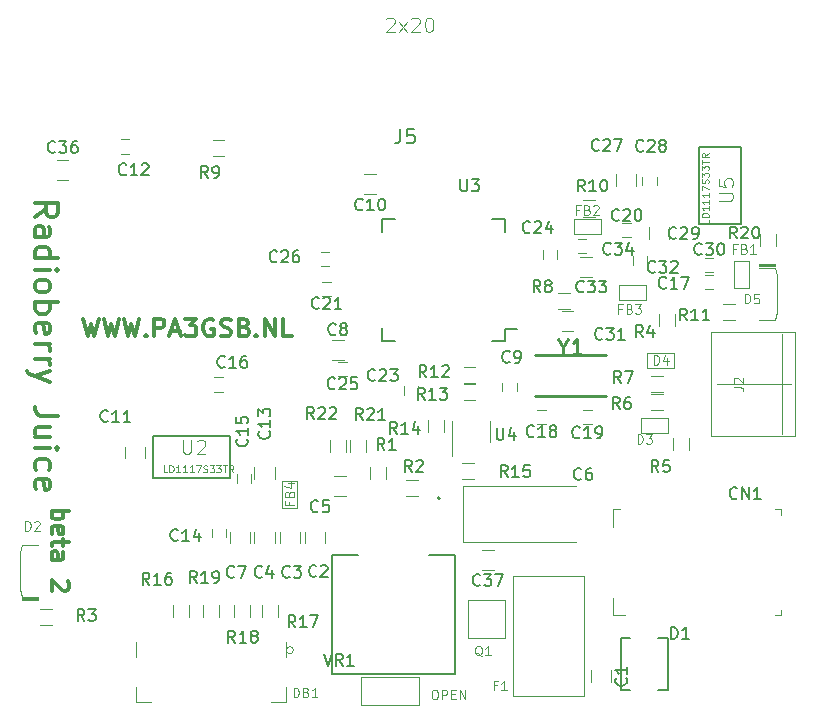
<source format=gto>
%TF.GenerationSoftware,KiCad,Pcbnew,(5.1.8)-1*%
%TF.CreationDate,2021-11-16T20:14:35+01:00*%
%TF.ProjectId,radioberry-juice,72616469-6f62-4657-9272-792d6a756963,rev?*%
%TF.SameCoordinates,Original*%
%TF.FileFunction,Legend,Top*%
%TF.FilePolarity,Positive*%
%FSLAX46Y46*%
G04 Gerber Fmt 4.6, Leading zero omitted, Abs format (unit mm)*
G04 Created by KiCad (PCBNEW (5.1.8)-1) date 2021-11-16 20:14:35*
%MOMM*%
%LPD*%
G01*
G04 APERTURE LIST*
%ADD10C,0.300000*%
%ADD11C,0.100000*%
%ADD12C,0.120000*%
%ADD13C,0.127000*%
%ADD14C,0.200000*%
%ADD15C,0.150000*%
%ADD16C,0.250000*%
%ADD17C,0.203200*%
%ADD18C,0.020000*%
%ADD19C,0.101600*%
%ADD20C,0.254000*%
G04 APERTURE END LIST*
D10*
X95864285Y-93478571D02*
X96221428Y-94978571D01*
X96507142Y-93907142D01*
X96792857Y-94978571D01*
X97150000Y-93478571D01*
X97578571Y-93478571D02*
X97935714Y-94978571D01*
X98221428Y-93907142D01*
X98507142Y-94978571D01*
X98864285Y-93478571D01*
X99292857Y-93478571D02*
X99650000Y-94978571D01*
X99935714Y-93907142D01*
X100221428Y-94978571D01*
X100578571Y-93478571D01*
X101150000Y-94835714D02*
X101221428Y-94907142D01*
X101150000Y-94978571D01*
X101078571Y-94907142D01*
X101150000Y-94835714D01*
X101150000Y-94978571D01*
X101864285Y-94978571D02*
X101864285Y-93478571D01*
X102435714Y-93478571D01*
X102578571Y-93550000D01*
X102650000Y-93621428D01*
X102721428Y-93764285D01*
X102721428Y-93978571D01*
X102650000Y-94121428D01*
X102578571Y-94192857D01*
X102435714Y-94264285D01*
X101864285Y-94264285D01*
X103292857Y-94550000D02*
X104007142Y-94550000D01*
X103150000Y-94978571D02*
X103650000Y-93478571D01*
X104150000Y-94978571D01*
X104507142Y-93478571D02*
X105435714Y-93478571D01*
X104935714Y-94050000D01*
X105150000Y-94050000D01*
X105292857Y-94121428D01*
X105364285Y-94192857D01*
X105435714Y-94335714D01*
X105435714Y-94692857D01*
X105364285Y-94835714D01*
X105292857Y-94907142D01*
X105150000Y-94978571D01*
X104721428Y-94978571D01*
X104578571Y-94907142D01*
X104507142Y-94835714D01*
X106864285Y-93550000D02*
X106721428Y-93478571D01*
X106507142Y-93478571D01*
X106292857Y-93550000D01*
X106150000Y-93692857D01*
X106078571Y-93835714D01*
X106007142Y-94121428D01*
X106007142Y-94335714D01*
X106078571Y-94621428D01*
X106150000Y-94764285D01*
X106292857Y-94907142D01*
X106507142Y-94978571D01*
X106650000Y-94978571D01*
X106864285Y-94907142D01*
X106935714Y-94835714D01*
X106935714Y-94335714D01*
X106650000Y-94335714D01*
X107507142Y-94907142D02*
X107721428Y-94978571D01*
X108078571Y-94978571D01*
X108221428Y-94907142D01*
X108292857Y-94835714D01*
X108364285Y-94692857D01*
X108364285Y-94550000D01*
X108292857Y-94407142D01*
X108221428Y-94335714D01*
X108078571Y-94264285D01*
X107792857Y-94192857D01*
X107650000Y-94121428D01*
X107578571Y-94050000D01*
X107507142Y-93907142D01*
X107507142Y-93764285D01*
X107578571Y-93621428D01*
X107650000Y-93550000D01*
X107792857Y-93478571D01*
X108150000Y-93478571D01*
X108364285Y-93550000D01*
X109507142Y-94192857D02*
X109721428Y-94264285D01*
X109792857Y-94335714D01*
X109864285Y-94478571D01*
X109864285Y-94692857D01*
X109792857Y-94835714D01*
X109721428Y-94907142D01*
X109578571Y-94978571D01*
X109007142Y-94978571D01*
X109007142Y-93478571D01*
X109507142Y-93478571D01*
X109650000Y-93550000D01*
X109721428Y-93621428D01*
X109792857Y-93764285D01*
X109792857Y-93907142D01*
X109721428Y-94050000D01*
X109650000Y-94121428D01*
X109507142Y-94192857D01*
X109007142Y-94192857D01*
X110507142Y-94835714D02*
X110578571Y-94907142D01*
X110507142Y-94978571D01*
X110435714Y-94907142D01*
X110507142Y-94835714D01*
X110507142Y-94978571D01*
X111221428Y-94978571D02*
X111221428Y-93478571D01*
X112078571Y-94978571D01*
X112078571Y-93478571D01*
X113507142Y-94978571D02*
X112792857Y-94978571D01*
X112792857Y-93478571D01*
X93171428Y-109742857D02*
X94671428Y-109742857D01*
X94100000Y-109742857D02*
X94171428Y-109885714D01*
X94171428Y-110171428D01*
X94100000Y-110314285D01*
X94028571Y-110385714D01*
X93885714Y-110457142D01*
X93457142Y-110457142D01*
X93314285Y-110385714D01*
X93242857Y-110314285D01*
X93171428Y-110171428D01*
X93171428Y-109885714D01*
X93242857Y-109742857D01*
X93242857Y-111671428D02*
X93171428Y-111528571D01*
X93171428Y-111242857D01*
X93242857Y-111100000D01*
X93385714Y-111028571D01*
X93957142Y-111028571D01*
X94100000Y-111100000D01*
X94171428Y-111242857D01*
X94171428Y-111528571D01*
X94100000Y-111671428D01*
X93957142Y-111742857D01*
X93814285Y-111742857D01*
X93671428Y-111028571D01*
X94171428Y-112171428D02*
X94171428Y-112742857D01*
X94671428Y-112385714D02*
X93385714Y-112385714D01*
X93242857Y-112457142D01*
X93171428Y-112600000D01*
X93171428Y-112742857D01*
X93171428Y-113885714D02*
X93957142Y-113885714D01*
X94100000Y-113814285D01*
X94171428Y-113671428D01*
X94171428Y-113385714D01*
X94100000Y-113242857D01*
X93242857Y-113885714D02*
X93171428Y-113742857D01*
X93171428Y-113385714D01*
X93242857Y-113242857D01*
X93385714Y-113171428D01*
X93528571Y-113171428D01*
X93671428Y-113242857D01*
X93742857Y-113385714D01*
X93742857Y-113742857D01*
X93814285Y-113885714D01*
X94528571Y-115671428D02*
X94600000Y-115742857D01*
X94671428Y-115885714D01*
X94671428Y-116242857D01*
X94600000Y-116385714D01*
X94528571Y-116457142D01*
X94385714Y-116528571D01*
X94242857Y-116528571D01*
X94028571Y-116457142D01*
X93171428Y-115600000D01*
X93171428Y-116528571D01*
X91745238Y-84847619D02*
X92697619Y-84180952D01*
X91745238Y-83704761D02*
X93745238Y-83704761D01*
X93745238Y-84466666D01*
X93650000Y-84657142D01*
X93554761Y-84752380D01*
X93364285Y-84847619D01*
X93078571Y-84847619D01*
X92888095Y-84752380D01*
X92792857Y-84657142D01*
X92697619Y-84466666D01*
X92697619Y-83704761D01*
X91745238Y-86561904D02*
X92792857Y-86561904D01*
X92983333Y-86466666D01*
X93078571Y-86276190D01*
X93078571Y-85895238D01*
X92983333Y-85704761D01*
X91840476Y-86561904D02*
X91745238Y-86371428D01*
X91745238Y-85895238D01*
X91840476Y-85704761D01*
X92030952Y-85609523D01*
X92221428Y-85609523D01*
X92411904Y-85704761D01*
X92507142Y-85895238D01*
X92507142Y-86371428D01*
X92602380Y-86561904D01*
X91745238Y-88371428D02*
X93745238Y-88371428D01*
X91840476Y-88371428D02*
X91745238Y-88180952D01*
X91745238Y-87800000D01*
X91840476Y-87609523D01*
X91935714Y-87514285D01*
X92126190Y-87419047D01*
X92697619Y-87419047D01*
X92888095Y-87514285D01*
X92983333Y-87609523D01*
X93078571Y-87800000D01*
X93078571Y-88180952D01*
X92983333Y-88371428D01*
X91745238Y-89323809D02*
X93078571Y-89323809D01*
X93745238Y-89323809D02*
X93650000Y-89228571D01*
X93554761Y-89323809D01*
X93650000Y-89419047D01*
X93745238Y-89323809D01*
X93554761Y-89323809D01*
X91745238Y-90561904D02*
X91840476Y-90371428D01*
X91935714Y-90276190D01*
X92126190Y-90180952D01*
X92697619Y-90180952D01*
X92888095Y-90276190D01*
X92983333Y-90371428D01*
X93078571Y-90561904D01*
X93078571Y-90847619D01*
X92983333Y-91038095D01*
X92888095Y-91133333D01*
X92697619Y-91228571D01*
X92126190Y-91228571D01*
X91935714Y-91133333D01*
X91840476Y-91038095D01*
X91745238Y-90847619D01*
X91745238Y-90561904D01*
X91745238Y-92085714D02*
X93745238Y-92085714D01*
X92983333Y-92085714D02*
X93078571Y-92276190D01*
X93078571Y-92657142D01*
X92983333Y-92847619D01*
X92888095Y-92942857D01*
X92697619Y-93038095D01*
X92126190Y-93038095D01*
X91935714Y-92942857D01*
X91840476Y-92847619D01*
X91745238Y-92657142D01*
X91745238Y-92276190D01*
X91840476Y-92085714D01*
X91840476Y-94657142D02*
X91745238Y-94466666D01*
X91745238Y-94085714D01*
X91840476Y-93895238D01*
X92030952Y-93800000D01*
X92792857Y-93800000D01*
X92983333Y-93895238D01*
X93078571Y-94085714D01*
X93078571Y-94466666D01*
X92983333Y-94657142D01*
X92792857Y-94752380D01*
X92602380Y-94752380D01*
X92411904Y-93800000D01*
X91745238Y-95609523D02*
X93078571Y-95609523D01*
X92697619Y-95609523D02*
X92888095Y-95704761D01*
X92983333Y-95800000D01*
X93078571Y-95990476D01*
X93078571Y-96180952D01*
X91745238Y-96847619D02*
X93078571Y-96847619D01*
X92697619Y-96847619D02*
X92888095Y-96942857D01*
X92983333Y-97038095D01*
X93078571Y-97228571D01*
X93078571Y-97419047D01*
X93078571Y-97895238D02*
X91745238Y-98371428D01*
X93078571Y-98847619D02*
X91745238Y-98371428D01*
X91269047Y-98180952D01*
X91173809Y-98085714D01*
X91078571Y-97895238D01*
X93745238Y-101704761D02*
X92316666Y-101704761D01*
X92030952Y-101609523D01*
X91840476Y-101419047D01*
X91745238Y-101133333D01*
X91745238Y-100942857D01*
X93078571Y-103514285D02*
X91745238Y-103514285D01*
X93078571Y-102657142D02*
X92030952Y-102657142D01*
X91840476Y-102752380D01*
X91745238Y-102942857D01*
X91745238Y-103228571D01*
X91840476Y-103419047D01*
X91935714Y-103514285D01*
X91745238Y-104466666D02*
X93078571Y-104466666D01*
X93745238Y-104466666D02*
X93650000Y-104371428D01*
X93554761Y-104466666D01*
X93650000Y-104561904D01*
X93745238Y-104466666D01*
X93554761Y-104466666D01*
X91840476Y-106276190D02*
X91745238Y-106085714D01*
X91745238Y-105704761D01*
X91840476Y-105514285D01*
X91935714Y-105419047D01*
X92126190Y-105323809D01*
X92697619Y-105323809D01*
X92888095Y-105419047D01*
X92983333Y-105514285D01*
X93078571Y-105704761D01*
X93078571Y-106085714D01*
X92983333Y-106276190D01*
X91840476Y-107895238D02*
X91745238Y-107704761D01*
X91745238Y-107323809D01*
X91840476Y-107133333D01*
X92030952Y-107038095D01*
X92792857Y-107038095D01*
X92983333Y-107133333D01*
X93078571Y-107323809D01*
X93078571Y-107704761D01*
X92983333Y-107895238D01*
X92792857Y-107990476D01*
X92602380Y-107990476D01*
X92411904Y-107038095D01*
D11*
%TO.C,FB4*%
X113985000Y-107182000D02*
X113985000Y-109468000D01*
X113985000Y-109468000D02*
X112715000Y-109468000D01*
X112715000Y-109468000D02*
X112715000Y-107182000D01*
X112715000Y-107182000D02*
X113985000Y-107182000D01*
D12*
%TO.C,C37*%
X130600000Y-113050000D02*
X129600000Y-113050000D01*
X129600000Y-114750000D02*
X130600000Y-114750000D01*
%TO.C,C6*%
X127975000Y-107625000D02*
X127975000Y-112425000D01*
X127975000Y-112425000D02*
X137575000Y-112425000D01*
X127975000Y-107625000D02*
X137575000Y-107625000D01*
%TO.C,U4*%
X127040000Y-102150000D02*
X127040000Y-105100000D01*
X130260000Y-103950000D02*
X130260000Y-102150000D01*
%TO.C,R13*%
X129050000Y-100380000D02*
X128050000Y-100380000D01*
X128050000Y-99020000D02*
X129050000Y-99020000D01*
%TO.C,C18*%
X134300000Y-101200000D02*
X135000000Y-101200000D01*
X135000000Y-102400000D02*
X134300000Y-102400000D01*
D13*
%TO.C,VR1*%
X127355000Y-113480000D02*
X127355000Y-123580000D01*
X127355000Y-123580000D02*
X116945000Y-123580000D01*
X116945000Y-123580000D02*
X116945000Y-113480000D01*
X127355000Y-113480000D02*
X125150000Y-113480000D01*
X119150000Y-113480000D02*
X116945000Y-113480000D01*
D14*
X126060000Y-108665000D02*
G75*
G03*
X126060000Y-108665000I-100000J0D01*
G01*
D12*
%TO.C,C25*%
X118150000Y-98350000D02*
X117450000Y-98350000D01*
X117450000Y-97150000D02*
X118150000Y-97150000D01*
%TO.C,C10*%
X119650000Y-82950000D02*
X120650000Y-82950000D01*
X120650000Y-81250000D02*
X119650000Y-81250000D01*
%TO.C,C9*%
X132550000Y-98900000D02*
X132550000Y-99600000D01*
X131350000Y-99600000D02*
X131350000Y-98900000D01*
%TO.C,C8*%
X116900000Y-97000000D02*
X117900000Y-97000000D01*
X117900000Y-95300000D02*
X116900000Y-95300000D01*
%TO.C,C20*%
X141500000Y-85400000D02*
X142200000Y-85400000D01*
X142200000Y-86600000D02*
X141500000Y-86600000D01*
%TO.C,C29*%
X145450000Y-86700000D02*
X145450000Y-85700000D01*
X143750000Y-85700000D02*
X143750000Y-86700000D01*
%TO.C,C19*%
X138200000Y-101200000D02*
X138900000Y-101200000D01*
X138900000Y-102400000D02*
X138200000Y-102400000D01*
%TO.C,C16*%
X107650000Y-99650000D02*
X106950000Y-99650000D01*
X106950000Y-98450000D02*
X107650000Y-98450000D01*
%TO.C,C12*%
X99050000Y-78300000D02*
X99750000Y-78300000D01*
X99750000Y-79500000D02*
X99050000Y-79500000D01*
%TO.C,C11*%
X99400000Y-104300000D02*
X99400000Y-105300000D01*
X101100000Y-105300000D02*
X101100000Y-104300000D01*
%TO.C,C21*%
X116800000Y-91550000D02*
X116100000Y-91550000D01*
X116100000Y-90350000D02*
X116800000Y-90350000D01*
D11*
%TO.C,DB1*%
X113020000Y-125960000D02*
X113020000Y-124690000D01*
X111750000Y-125960000D02*
X113020000Y-125960000D01*
X100320000Y-125960000D02*
X100320000Y-124690000D01*
X101590000Y-125960000D02*
X100320000Y-125960000D01*
X100320000Y-122150000D02*
X100320000Y-120880000D01*
X113020000Y-122150000D02*
X113020000Y-120880000D01*
X113650000Y-121550000D02*
G75*
G03*
X113650000Y-121550000I-300000J0D01*
G01*
D15*
%TO.C,U3*%
X131525000Y-94375000D02*
X132550000Y-94375000D01*
X121175000Y-95375000D02*
X122250000Y-95375000D01*
X121175000Y-85025000D02*
X122250000Y-85025000D01*
X131525000Y-85025000D02*
X130450000Y-85025000D01*
X131525000Y-95375000D02*
X130450000Y-95375000D01*
X131525000Y-85025000D02*
X131525000Y-86100000D01*
X121175000Y-85025000D02*
X121175000Y-86100000D01*
X121175000Y-95375000D02*
X121175000Y-94300000D01*
X131525000Y-95375000D02*
X131525000Y-94375000D01*
D11*
%TO.C,CN1*%
X140700000Y-118600000D02*
X140700000Y-117100000D01*
X140700000Y-109600000D02*
X140700000Y-111100000D01*
X141300000Y-109600000D02*
X140700000Y-109600000D01*
X140700000Y-118600000D02*
X141700000Y-118600000D01*
X154900000Y-109600000D02*
X154400000Y-109600000D01*
X154900000Y-110100000D02*
X154900000Y-109600000D01*
X154900000Y-118600000D02*
X154400000Y-118600000D01*
X154900000Y-118100000D02*
X154900000Y-118600000D01*
D12*
%TO.C,C33*%
X138900000Y-88250000D02*
X137900000Y-88250000D01*
X137900000Y-89950000D02*
X138900000Y-89950000D01*
%TO.C,C31*%
X137350000Y-92800000D02*
X136350000Y-92800000D01*
X136350000Y-94500000D02*
X137350000Y-94500000D01*
%TO.C,C27*%
X140950000Y-81250000D02*
X140950000Y-82250000D01*
X142650000Y-82250000D02*
X142650000Y-81250000D01*
%TO.C,C15*%
X110350000Y-106050000D02*
X110350000Y-107050000D01*
X112050000Y-107050000D02*
X112050000Y-106050000D01*
D11*
%TO.C,D5*%
X154400000Y-89150000D02*
X153100000Y-89150000D01*
X154600000Y-89750000D02*
X154400000Y-89150000D01*
X154600000Y-92950000D02*
X154600000Y-89750000D01*
X154400000Y-93550000D02*
X154600000Y-92950000D01*
X153100000Y-93550000D02*
X154400000Y-93550000D01*
X153100000Y-89050000D02*
X154400000Y-89050000D01*
X153100000Y-88950000D02*
X154400000Y-88950000D01*
X153100000Y-88850000D02*
X154400000Y-88850000D01*
D12*
%TO.C,R3*%
X92200000Y-118020000D02*
X93200000Y-118020000D01*
X93200000Y-119380000D02*
X92200000Y-119380000D01*
%TO.C,R20*%
X153120000Y-87300000D02*
X153120000Y-86300000D01*
X154480000Y-86300000D02*
X154480000Y-87300000D01*
D11*
%TO.C,D2*%
X90700000Y-117000000D02*
X92000000Y-117000000D01*
X90500000Y-116400000D02*
X90700000Y-117000000D01*
X90500000Y-113200000D02*
X90500000Y-116400000D01*
X90700000Y-112600000D02*
X90500000Y-113200000D01*
X92000000Y-112600000D02*
X90700000Y-112600000D01*
X92000000Y-117100000D02*
X90700000Y-117100000D01*
X92000000Y-117200000D02*
X90700000Y-117200000D01*
X92000000Y-117300000D02*
X90700000Y-117300000D01*
D16*
%TO.C,Y1*%
X134100000Y-96550000D02*
X140100000Y-96550000D01*
X140100000Y-100050000D02*
X134100000Y-100050000D01*
D17*
%TO.C,U5*%
X151528063Y-78923063D02*
X151528063Y-85477063D01*
X147972063Y-78923063D02*
X151528063Y-78923063D01*
X147972063Y-85477063D02*
X147972063Y-78923063D01*
X151528063Y-85477063D02*
X147972063Y-85477063D01*
D11*
%TO.C,D4*%
X145905000Y-96365000D02*
X145905000Y-97635000D01*
X143619000Y-96365000D02*
X145905000Y-96365000D01*
X143619000Y-97635000D02*
X143619000Y-96365000D01*
X145905000Y-97635000D02*
X143619000Y-97635000D01*
%TO.C,D3*%
X143095000Y-103135000D02*
X143095000Y-101865000D01*
X145381000Y-103135000D02*
X143095000Y-103135000D01*
X145381000Y-101865000D02*
X145381000Y-103135000D01*
X143095000Y-101865000D02*
X145381000Y-101865000D01*
D15*
%TO.C,D1*%
X145350000Y-124900000D02*
X144550000Y-124900000D01*
X145350000Y-120500000D02*
X145350000Y-124900000D01*
X144550000Y-120500000D02*
X145350000Y-120500000D01*
X141350000Y-124900000D02*
X142150000Y-124900000D01*
X141350000Y-120500000D02*
X141350000Y-124900000D01*
X142150000Y-120500000D02*
X141350000Y-120500000D01*
D11*
%TO.C,Q1*%
X131600000Y-117300000D02*
X128400000Y-117300000D01*
X131600000Y-120500000D02*
X131600000Y-117300000D01*
X128400000Y-120500000D02*
X131600000Y-120500000D01*
X128400000Y-117300000D02*
X128400000Y-120500000D01*
D12*
%TO.C,R11*%
X151000000Y-93580000D02*
X150000000Y-93580000D01*
X150000000Y-92220000D02*
X151000000Y-92220000D01*
%TO.C,R5*%
X145820000Y-104600000D02*
X145820000Y-103600000D01*
X147180000Y-103600000D02*
X147180000Y-104600000D01*
%TO.C,R4*%
X145980000Y-93100000D02*
X145980000Y-94100000D01*
X144620000Y-94100000D02*
X144620000Y-93100000D01*
%TO.C,C14*%
X106750000Y-111950000D02*
X106750000Y-111250000D01*
X107950000Y-111250000D02*
X107950000Y-111950000D01*
D11*
%TO.C,J2*%
X149000000Y-103400000D02*
X156100000Y-103400000D01*
X149000000Y-94600000D02*
X156100000Y-94600000D01*
X156100000Y-94600000D02*
X156100000Y-103400000D01*
X149000000Y-103400000D02*
X149000000Y-94600000D01*
X155000000Y-94800000D02*
X155000000Y-103200000D01*
D18*
X149480000Y-99000000D02*
X155800000Y-99000000D01*
D17*
%TO.C,U2*%
X108277063Y-103421937D02*
X108277063Y-106977937D01*
X108277063Y-106977937D02*
X101723063Y-106977937D01*
X101723063Y-106977937D02*
X101723063Y-103421937D01*
X101723063Y-103421937D02*
X108277063Y-103421937D01*
D12*
%TO.C,R12*%
X129050000Y-98930000D02*
X128050000Y-98930000D01*
X128050000Y-97570000D02*
X129050000Y-97570000D01*
D11*
%TO.C,F1*%
X138250000Y-125400000D02*
X132250000Y-125400000D01*
X138250000Y-115300000D02*
X138250000Y-125400000D01*
X132250000Y-115300000D02*
X138250000Y-115300000D01*
X132250000Y-125400000D02*
X132250000Y-115300000D01*
D12*
%TO.C,R15*%
X128900000Y-107080000D02*
X127900000Y-107080000D01*
X127900000Y-105720000D02*
X128900000Y-105720000D01*
%TO.C,R14*%
X125020000Y-103050000D02*
X125020000Y-102050000D01*
X126380000Y-102050000D02*
X126380000Y-103050000D01*
%TO.C,R10*%
X139200000Y-84830000D02*
X138200000Y-84830000D01*
X138200000Y-83470000D02*
X139200000Y-83470000D01*
%TO.C,R9*%
X107800000Y-79680000D02*
X106800000Y-79680000D01*
X106800000Y-78320000D02*
X107800000Y-78320000D01*
%TO.C,R8*%
X137050000Y-92680000D02*
X136050000Y-92680000D01*
X136050000Y-91320000D02*
X137050000Y-91320000D01*
%TO.C,R7*%
X143900000Y-98320000D02*
X144900000Y-98320000D01*
X144900000Y-99680000D02*
X143900000Y-99680000D01*
%TO.C,R6*%
X143900000Y-99820000D02*
X144900000Y-99820000D01*
X144900000Y-101180000D02*
X143900000Y-101180000D01*
D11*
%TO.C,FB3*%
X143493000Y-91885000D02*
X141207000Y-91885000D01*
X141207000Y-91885000D02*
X141207000Y-90615000D01*
X141207000Y-90615000D02*
X143493000Y-90615000D01*
X143493000Y-90615000D02*
X143493000Y-91885000D01*
%TO.C,FB2*%
X137407000Y-85065000D02*
X139693000Y-85065000D01*
X139693000Y-85065000D02*
X139693000Y-86335000D01*
X139693000Y-86335000D02*
X137407000Y-86335000D01*
X137407000Y-86335000D02*
X137407000Y-85065000D01*
%TO.C,FB1*%
X152235000Y-88595000D02*
X152235000Y-90881000D01*
X152235000Y-90881000D02*
X150965000Y-90881000D01*
X150965000Y-90881000D02*
X150965000Y-88595000D01*
X150965000Y-88595000D02*
X152235000Y-88595000D01*
D12*
%TO.C,C34*%
X138450000Y-87950000D02*
X137750000Y-87950000D01*
X137750000Y-86750000D02*
X138450000Y-86750000D01*
%TO.C,C32*%
X143600000Y-88200000D02*
X143600000Y-88900000D01*
X142400000Y-88900000D02*
X142400000Y-88200000D01*
%TO.C,C30*%
X148500000Y-88300000D02*
X149200000Y-88300000D01*
X149200000Y-89500000D02*
X148500000Y-89500000D01*
%TO.C,C28*%
X144400000Y-81450000D02*
X144400000Y-82150000D01*
X143200000Y-82150000D02*
X143200000Y-81450000D01*
%TO.C,C26*%
X116000000Y-87850000D02*
X116700000Y-87850000D01*
X116700000Y-89050000D02*
X116000000Y-89050000D01*
%TO.C,C24*%
X134800000Y-88400000D02*
X134800000Y-87700000D01*
X136000000Y-87700000D02*
X136000000Y-88400000D01*
%TO.C,C23*%
X124200000Y-99200000D02*
X124200000Y-99900000D01*
X123000000Y-99900000D02*
X123000000Y-99200000D01*
%TO.C,C17*%
X148500000Y-89800000D02*
X149200000Y-89800000D01*
X149200000Y-91000000D02*
X148500000Y-91000000D01*
%TO.C,C13*%
X110050000Y-106650000D02*
X110050000Y-107350000D01*
X108850000Y-107350000D02*
X108850000Y-106650000D01*
%TO.C,R1*%
X121480000Y-106050000D02*
X121480000Y-107050000D01*
X120120000Y-107050000D02*
X120120000Y-106050000D01*
%TO.C,R2*%
X124200000Y-108480000D02*
X123200000Y-108480000D01*
X123200000Y-107120000D02*
X124200000Y-107120000D01*
%TO.C,R16*%
X103470000Y-118750000D02*
X103470000Y-117750000D01*
X104830000Y-117750000D02*
X104830000Y-118750000D01*
%TO.C,R17*%
X112330000Y-117700000D02*
X112330000Y-118700000D01*
X110970000Y-118700000D02*
X110970000Y-117700000D01*
%TO.C,R18*%
X108620000Y-118700000D02*
X108620000Y-117700000D01*
X109980000Y-117700000D02*
X109980000Y-118700000D01*
%TO.C,R19*%
X107380000Y-117700000D02*
X107380000Y-118700000D01*
X106020000Y-118700000D02*
X106020000Y-117700000D01*
%TO.C,C36*%
X93600000Y-81750000D02*
X94600000Y-81750000D01*
X94600000Y-80050000D02*
X93600000Y-80050000D01*
D11*
%TO.C,J1*%
X119350000Y-126200000D02*
X124250000Y-126200000D01*
X124250000Y-126200000D02*
X124250000Y-123800000D01*
X124250000Y-123800000D02*
X119350000Y-123800000D01*
X119350000Y-123800000D02*
X119350000Y-126200000D01*
D12*
%TO.C,R21*%
X118420000Y-104750000D02*
X118420000Y-103750000D01*
X119780000Y-103750000D02*
X119780000Y-104750000D01*
%TO.C,C2*%
X114650000Y-111500000D02*
X114650000Y-112500000D01*
X116350000Y-112500000D02*
X116350000Y-111500000D01*
%TO.C,C3*%
X114200000Y-112500000D02*
X114200000Y-111500000D01*
X112500000Y-111500000D02*
X112500000Y-112500000D01*
%TO.C,C4*%
X110350000Y-111500000D02*
X110350000Y-112500000D01*
X112050000Y-112500000D02*
X112050000Y-111500000D01*
%TO.C,C5*%
X118100000Y-106800000D02*
X117100000Y-106800000D01*
X117100000Y-108500000D02*
X118100000Y-108500000D01*
%TO.C,C7*%
X109950000Y-112500000D02*
X109950000Y-111500000D01*
X108250000Y-111500000D02*
X108250000Y-112500000D01*
%TO.C,R22*%
X118130000Y-103750000D02*
X118130000Y-104750000D01*
X116770000Y-104750000D02*
X116770000Y-103750000D01*
%TO.C,C1*%
X140550000Y-124250000D02*
X140550000Y-123250000D01*
X138850000Y-123250000D02*
X138850000Y-124250000D01*
%TO.C,FB4*%
D11*
X113292857Y-108991666D02*
X113292857Y-109258333D01*
X113711904Y-109258333D02*
X112911904Y-109258333D01*
X112911904Y-108877380D01*
X113292857Y-108305952D02*
X113330952Y-108191666D01*
X113369047Y-108153571D01*
X113445238Y-108115476D01*
X113559523Y-108115476D01*
X113635714Y-108153571D01*
X113673809Y-108191666D01*
X113711904Y-108267857D01*
X113711904Y-108572619D01*
X112911904Y-108572619D01*
X112911904Y-108305952D01*
X112950000Y-108229761D01*
X112988095Y-108191666D01*
X113064285Y-108153571D01*
X113140476Y-108153571D01*
X113216666Y-108191666D01*
X113254761Y-108229761D01*
X113292857Y-108305952D01*
X113292857Y-108572619D01*
X113178571Y-107429761D02*
X113711904Y-107429761D01*
X112873809Y-107620238D02*
X113445238Y-107810714D01*
X113445238Y-107315476D01*
%TO.C,C37*%
D15*
X129457142Y-116007142D02*
X129409523Y-116054761D01*
X129266666Y-116102380D01*
X129171428Y-116102380D01*
X129028571Y-116054761D01*
X128933333Y-115959523D01*
X128885714Y-115864285D01*
X128838095Y-115673809D01*
X128838095Y-115530952D01*
X128885714Y-115340476D01*
X128933333Y-115245238D01*
X129028571Y-115150000D01*
X129171428Y-115102380D01*
X129266666Y-115102380D01*
X129409523Y-115150000D01*
X129457142Y-115197619D01*
X129790476Y-115102380D02*
X130409523Y-115102380D01*
X130076190Y-115483333D01*
X130219047Y-115483333D01*
X130314285Y-115530952D01*
X130361904Y-115578571D01*
X130409523Y-115673809D01*
X130409523Y-115911904D01*
X130361904Y-116007142D01*
X130314285Y-116054761D01*
X130219047Y-116102380D01*
X129933333Y-116102380D01*
X129838095Y-116054761D01*
X129790476Y-116007142D01*
X130742857Y-115102380D02*
X131409523Y-115102380D01*
X130980952Y-116102380D01*
%TO.C,C6*%
X138008333Y-107032142D02*
X137960714Y-107079761D01*
X137817857Y-107127380D01*
X137722619Y-107127380D01*
X137579761Y-107079761D01*
X137484523Y-106984523D01*
X137436904Y-106889285D01*
X137389285Y-106698809D01*
X137389285Y-106555952D01*
X137436904Y-106365476D01*
X137484523Y-106270238D01*
X137579761Y-106175000D01*
X137722619Y-106127380D01*
X137817857Y-106127380D01*
X137960714Y-106175000D01*
X138008333Y-106222619D01*
X138865476Y-106127380D02*
X138675000Y-106127380D01*
X138579761Y-106175000D01*
X138532142Y-106222619D01*
X138436904Y-106365476D01*
X138389285Y-106555952D01*
X138389285Y-106936904D01*
X138436904Y-107032142D01*
X138484523Y-107079761D01*
X138579761Y-107127380D01*
X138770238Y-107127380D01*
X138865476Y-107079761D01*
X138913095Y-107032142D01*
X138960714Y-106936904D01*
X138960714Y-106698809D01*
X138913095Y-106603571D01*
X138865476Y-106555952D01*
X138770238Y-106508333D01*
X138579761Y-106508333D01*
X138484523Y-106555952D01*
X138436904Y-106603571D01*
X138389285Y-106698809D01*
%TO.C,U4*%
X130863095Y-102727380D02*
X130863095Y-103536904D01*
X130910714Y-103632142D01*
X130958333Y-103679761D01*
X131053571Y-103727380D01*
X131244047Y-103727380D01*
X131339285Y-103679761D01*
X131386904Y-103632142D01*
X131434523Y-103536904D01*
X131434523Y-102727380D01*
X132339285Y-103060714D02*
X132339285Y-103727380D01*
X132101190Y-102679761D02*
X131863095Y-103394047D01*
X132482142Y-103394047D01*
%TO.C,R13*%
X124757142Y-100327380D02*
X124423809Y-99851190D01*
X124185714Y-100327380D02*
X124185714Y-99327380D01*
X124566666Y-99327380D01*
X124661904Y-99375000D01*
X124709523Y-99422619D01*
X124757142Y-99517857D01*
X124757142Y-99660714D01*
X124709523Y-99755952D01*
X124661904Y-99803571D01*
X124566666Y-99851190D01*
X124185714Y-99851190D01*
X125709523Y-100327380D02*
X125138095Y-100327380D01*
X125423809Y-100327380D02*
X125423809Y-99327380D01*
X125328571Y-99470238D01*
X125233333Y-99565476D01*
X125138095Y-99613095D01*
X126042857Y-99327380D02*
X126661904Y-99327380D01*
X126328571Y-99708333D01*
X126471428Y-99708333D01*
X126566666Y-99755952D01*
X126614285Y-99803571D01*
X126661904Y-99898809D01*
X126661904Y-100136904D01*
X126614285Y-100232142D01*
X126566666Y-100279761D01*
X126471428Y-100327380D01*
X126185714Y-100327380D01*
X126090476Y-100279761D01*
X126042857Y-100232142D01*
%TO.C,C18*%
X134007142Y-103407142D02*
X133959523Y-103454761D01*
X133816666Y-103502380D01*
X133721428Y-103502380D01*
X133578571Y-103454761D01*
X133483333Y-103359523D01*
X133435714Y-103264285D01*
X133388095Y-103073809D01*
X133388095Y-102930952D01*
X133435714Y-102740476D01*
X133483333Y-102645238D01*
X133578571Y-102550000D01*
X133721428Y-102502380D01*
X133816666Y-102502380D01*
X133959523Y-102550000D01*
X134007142Y-102597619D01*
X134959523Y-103502380D02*
X134388095Y-103502380D01*
X134673809Y-103502380D02*
X134673809Y-102502380D01*
X134578571Y-102645238D01*
X134483333Y-102740476D01*
X134388095Y-102788095D01*
X135530952Y-102930952D02*
X135435714Y-102883333D01*
X135388095Y-102835714D01*
X135340476Y-102740476D01*
X135340476Y-102692857D01*
X135388095Y-102597619D01*
X135435714Y-102550000D01*
X135530952Y-102502380D01*
X135721428Y-102502380D01*
X135816666Y-102550000D01*
X135864285Y-102597619D01*
X135911904Y-102692857D01*
X135911904Y-102740476D01*
X135864285Y-102835714D01*
X135816666Y-102883333D01*
X135721428Y-102930952D01*
X135530952Y-102930952D01*
X135435714Y-102978571D01*
X135388095Y-103026190D01*
X135340476Y-103121428D01*
X135340476Y-103311904D01*
X135388095Y-103407142D01*
X135435714Y-103454761D01*
X135530952Y-103502380D01*
X135721428Y-103502380D01*
X135816666Y-103454761D01*
X135864285Y-103407142D01*
X135911904Y-103311904D01*
X135911904Y-103121428D01*
X135864285Y-103026190D01*
X135816666Y-102978571D01*
X135721428Y-102930952D01*
%TO.C,VR1*%
X116240476Y-121852380D02*
X116573809Y-122852380D01*
X116907142Y-121852380D01*
X117811904Y-122852380D02*
X117478571Y-122376190D01*
X117240476Y-122852380D02*
X117240476Y-121852380D01*
X117621428Y-121852380D01*
X117716666Y-121900000D01*
X117764285Y-121947619D01*
X117811904Y-122042857D01*
X117811904Y-122185714D01*
X117764285Y-122280952D01*
X117716666Y-122328571D01*
X117621428Y-122376190D01*
X117240476Y-122376190D01*
X118764285Y-122852380D02*
X118192857Y-122852380D01*
X118478571Y-122852380D02*
X118478571Y-121852380D01*
X118383333Y-121995238D01*
X118288095Y-122090476D01*
X118192857Y-122138095D01*
%TO.C,C25*%
X117157142Y-99357142D02*
X117109523Y-99404761D01*
X116966666Y-99452380D01*
X116871428Y-99452380D01*
X116728571Y-99404761D01*
X116633333Y-99309523D01*
X116585714Y-99214285D01*
X116538095Y-99023809D01*
X116538095Y-98880952D01*
X116585714Y-98690476D01*
X116633333Y-98595238D01*
X116728571Y-98500000D01*
X116871428Y-98452380D01*
X116966666Y-98452380D01*
X117109523Y-98500000D01*
X117157142Y-98547619D01*
X117538095Y-98547619D02*
X117585714Y-98500000D01*
X117680952Y-98452380D01*
X117919047Y-98452380D01*
X118014285Y-98500000D01*
X118061904Y-98547619D01*
X118109523Y-98642857D01*
X118109523Y-98738095D01*
X118061904Y-98880952D01*
X117490476Y-99452380D01*
X118109523Y-99452380D01*
X119014285Y-98452380D02*
X118538095Y-98452380D01*
X118490476Y-98928571D01*
X118538095Y-98880952D01*
X118633333Y-98833333D01*
X118871428Y-98833333D01*
X118966666Y-98880952D01*
X119014285Y-98928571D01*
X119061904Y-99023809D01*
X119061904Y-99261904D01*
X119014285Y-99357142D01*
X118966666Y-99404761D01*
X118871428Y-99452380D01*
X118633333Y-99452380D01*
X118538095Y-99404761D01*
X118490476Y-99357142D01*
%TO.C,C10*%
X119507142Y-84207142D02*
X119459523Y-84254761D01*
X119316666Y-84302380D01*
X119221428Y-84302380D01*
X119078571Y-84254761D01*
X118983333Y-84159523D01*
X118935714Y-84064285D01*
X118888095Y-83873809D01*
X118888095Y-83730952D01*
X118935714Y-83540476D01*
X118983333Y-83445238D01*
X119078571Y-83350000D01*
X119221428Y-83302380D01*
X119316666Y-83302380D01*
X119459523Y-83350000D01*
X119507142Y-83397619D01*
X120459523Y-84302380D02*
X119888095Y-84302380D01*
X120173809Y-84302380D02*
X120173809Y-83302380D01*
X120078571Y-83445238D01*
X119983333Y-83540476D01*
X119888095Y-83588095D01*
X121078571Y-83302380D02*
X121173809Y-83302380D01*
X121269047Y-83350000D01*
X121316666Y-83397619D01*
X121364285Y-83492857D01*
X121411904Y-83683333D01*
X121411904Y-83921428D01*
X121364285Y-84111904D01*
X121316666Y-84207142D01*
X121269047Y-84254761D01*
X121173809Y-84302380D01*
X121078571Y-84302380D01*
X120983333Y-84254761D01*
X120935714Y-84207142D01*
X120888095Y-84111904D01*
X120840476Y-83921428D01*
X120840476Y-83683333D01*
X120888095Y-83492857D01*
X120935714Y-83397619D01*
X120983333Y-83350000D01*
X121078571Y-83302380D01*
%TO.C,C9*%
X131958333Y-97107142D02*
X131910714Y-97154761D01*
X131767857Y-97202380D01*
X131672619Y-97202380D01*
X131529761Y-97154761D01*
X131434523Y-97059523D01*
X131386904Y-96964285D01*
X131339285Y-96773809D01*
X131339285Y-96630952D01*
X131386904Y-96440476D01*
X131434523Y-96345238D01*
X131529761Y-96250000D01*
X131672619Y-96202380D01*
X131767857Y-96202380D01*
X131910714Y-96250000D01*
X131958333Y-96297619D01*
X132434523Y-97202380D02*
X132625000Y-97202380D01*
X132720238Y-97154761D01*
X132767857Y-97107142D01*
X132863095Y-96964285D01*
X132910714Y-96773809D01*
X132910714Y-96392857D01*
X132863095Y-96297619D01*
X132815476Y-96250000D01*
X132720238Y-96202380D01*
X132529761Y-96202380D01*
X132434523Y-96250000D01*
X132386904Y-96297619D01*
X132339285Y-96392857D01*
X132339285Y-96630952D01*
X132386904Y-96726190D01*
X132434523Y-96773809D01*
X132529761Y-96821428D01*
X132720238Y-96821428D01*
X132815476Y-96773809D01*
X132863095Y-96726190D01*
X132910714Y-96630952D01*
%TO.C,C8*%
X117233333Y-94782142D02*
X117185714Y-94829761D01*
X117042857Y-94877380D01*
X116947619Y-94877380D01*
X116804761Y-94829761D01*
X116709523Y-94734523D01*
X116661904Y-94639285D01*
X116614285Y-94448809D01*
X116614285Y-94305952D01*
X116661904Y-94115476D01*
X116709523Y-94020238D01*
X116804761Y-93925000D01*
X116947619Y-93877380D01*
X117042857Y-93877380D01*
X117185714Y-93925000D01*
X117233333Y-93972619D01*
X117804761Y-94305952D02*
X117709523Y-94258333D01*
X117661904Y-94210714D01*
X117614285Y-94115476D01*
X117614285Y-94067857D01*
X117661904Y-93972619D01*
X117709523Y-93925000D01*
X117804761Y-93877380D01*
X117995238Y-93877380D01*
X118090476Y-93925000D01*
X118138095Y-93972619D01*
X118185714Y-94067857D01*
X118185714Y-94115476D01*
X118138095Y-94210714D01*
X118090476Y-94258333D01*
X117995238Y-94305952D01*
X117804761Y-94305952D01*
X117709523Y-94353571D01*
X117661904Y-94401190D01*
X117614285Y-94496428D01*
X117614285Y-94686904D01*
X117661904Y-94782142D01*
X117709523Y-94829761D01*
X117804761Y-94877380D01*
X117995238Y-94877380D01*
X118090476Y-94829761D01*
X118138095Y-94782142D01*
X118185714Y-94686904D01*
X118185714Y-94496428D01*
X118138095Y-94401190D01*
X118090476Y-94353571D01*
X117995238Y-94305952D01*
%TO.C,C20*%
X141207142Y-85107142D02*
X141159523Y-85154761D01*
X141016666Y-85202380D01*
X140921428Y-85202380D01*
X140778571Y-85154761D01*
X140683333Y-85059523D01*
X140635714Y-84964285D01*
X140588095Y-84773809D01*
X140588095Y-84630952D01*
X140635714Y-84440476D01*
X140683333Y-84345238D01*
X140778571Y-84250000D01*
X140921428Y-84202380D01*
X141016666Y-84202380D01*
X141159523Y-84250000D01*
X141207142Y-84297619D01*
X141588095Y-84297619D02*
X141635714Y-84250000D01*
X141730952Y-84202380D01*
X141969047Y-84202380D01*
X142064285Y-84250000D01*
X142111904Y-84297619D01*
X142159523Y-84392857D01*
X142159523Y-84488095D01*
X142111904Y-84630952D01*
X141540476Y-85202380D01*
X142159523Y-85202380D01*
X142778571Y-84202380D02*
X142873809Y-84202380D01*
X142969047Y-84250000D01*
X143016666Y-84297619D01*
X143064285Y-84392857D01*
X143111904Y-84583333D01*
X143111904Y-84821428D01*
X143064285Y-85011904D01*
X143016666Y-85107142D01*
X142969047Y-85154761D01*
X142873809Y-85202380D01*
X142778571Y-85202380D01*
X142683333Y-85154761D01*
X142635714Y-85107142D01*
X142588095Y-85011904D01*
X142540476Y-84821428D01*
X142540476Y-84583333D01*
X142588095Y-84392857D01*
X142635714Y-84297619D01*
X142683333Y-84250000D01*
X142778571Y-84202380D01*
%TO.C,C29*%
X146057142Y-86632142D02*
X146009523Y-86679761D01*
X145866666Y-86727380D01*
X145771428Y-86727380D01*
X145628571Y-86679761D01*
X145533333Y-86584523D01*
X145485714Y-86489285D01*
X145438095Y-86298809D01*
X145438095Y-86155952D01*
X145485714Y-85965476D01*
X145533333Y-85870238D01*
X145628571Y-85775000D01*
X145771428Y-85727380D01*
X145866666Y-85727380D01*
X146009523Y-85775000D01*
X146057142Y-85822619D01*
X146438095Y-85822619D02*
X146485714Y-85775000D01*
X146580952Y-85727380D01*
X146819047Y-85727380D01*
X146914285Y-85775000D01*
X146961904Y-85822619D01*
X147009523Y-85917857D01*
X147009523Y-86013095D01*
X146961904Y-86155952D01*
X146390476Y-86727380D01*
X147009523Y-86727380D01*
X147485714Y-86727380D02*
X147676190Y-86727380D01*
X147771428Y-86679761D01*
X147819047Y-86632142D01*
X147914285Y-86489285D01*
X147961904Y-86298809D01*
X147961904Y-85917857D01*
X147914285Y-85822619D01*
X147866666Y-85775000D01*
X147771428Y-85727380D01*
X147580952Y-85727380D01*
X147485714Y-85775000D01*
X147438095Y-85822619D01*
X147390476Y-85917857D01*
X147390476Y-86155952D01*
X147438095Y-86251190D01*
X147485714Y-86298809D01*
X147580952Y-86346428D01*
X147771428Y-86346428D01*
X147866666Y-86298809D01*
X147914285Y-86251190D01*
X147961904Y-86155952D01*
%TO.C,C19*%
X137882142Y-103507142D02*
X137834523Y-103554761D01*
X137691666Y-103602380D01*
X137596428Y-103602380D01*
X137453571Y-103554761D01*
X137358333Y-103459523D01*
X137310714Y-103364285D01*
X137263095Y-103173809D01*
X137263095Y-103030952D01*
X137310714Y-102840476D01*
X137358333Y-102745238D01*
X137453571Y-102650000D01*
X137596428Y-102602380D01*
X137691666Y-102602380D01*
X137834523Y-102650000D01*
X137882142Y-102697619D01*
X138834523Y-103602380D02*
X138263095Y-103602380D01*
X138548809Y-103602380D02*
X138548809Y-102602380D01*
X138453571Y-102745238D01*
X138358333Y-102840476D01*
X138263095Y-102888095D01*
X139310714Y-103602380D02*
X139501190Y-103602380D01*
X139596428Y-103554761D01*
X139644047Y-103507142D01*
X139739285Y-103364285D01*
X139786904Y-103173809D01*
X139786904Y-102792857D01*
X139739285Y-102697619D01*
X139691666Y-102650000D01*
X139596428Y-102602380D01*
X139405952Y-102602380D01*
X139310714Y-102650000D01*
X139263095Y-102697619D01*
X139215476Y-102792857D01*
X139215476Y-103030952D01*
X139263095Y-103126190D01*
X139310714Y-103173809D01*
X139405952Y-103221428D01*
X139596428Y-103221428D01*
X139691666Y-103173809D01*
X139739285Y-103126190D01*
X139786904Y-103030952D01*
%TO.C,C16*%
X107832142Y-97532142D02*
X107784523Y-97579761D01*
X107641666Y-97627380D01*
X107546428Y-97627380D01*
X107403571Y-97579761D01*
X107308333Y-97484523D01*
X107260714Y-97389285D01*
X107213095Y-97198809D01*
X107213095Y-97055952D01*
X107260714Y-96865476D01*
X107308333Y-96770238D01*
X107403571Y-96675000D01*
X107546428Y-96627380D01*
X107641666Y-96627380D01*
X107784523Y-96675000D01*
X107832142Y-96722619D01*
X108784523Y-97627380D02*
X108213095Y-97627380D01*
X108498809Y-97627380D02*
X108498809Y-96627380D01*
X108403571Y-96770238D01*
X108308333Y-96865476D01*
X108213095Y-96913095D01*
X109641666Y-96627380D02*
X109451190Y-96627380D01*
X109355952Y-96675000D01*
X109308333Y-96722619D01*
X109213095Y-96865476D01*
X109165476Y-97055952D01*
X109165476Y-97436904D01*
X109213095Y-97532142D01*
X109260714Y-97579761D01*
X109355952Y-97627380D01*
X109546428Y-97627380D01*
X109641666Y-97579761D01*
X109689285Y-97532142D01*
X109736904Y-97436904D01*
X109736904Y-97198809D01*
X109689285Y-97103571D01*
X109641666Y-97055952D01*
X109546428Y-97008333D01*
X109355952Y-97008333D01*
X109260714Y-97055952D01*
X109213095Y-97103571D01*
X109165476Y-97198809D01*
%TO.C,C12*%
X99482142Y-81232142D02*
X99434523Y-81279761D01*
X99291666Y-81327380D01*
X99196428Y-81327380D01*
X99053571Y-81279761D01*
X98958333Y-81184523D01*
X98910714Y-81089285D01*
X98863095Y-80898809D01*
X98863095Y-80755952D01*
X98910714Y-80565476D01*
X98958333Y-80470238D01*
X99053571Y-80375000D01*
X99196428Y-80327380D01*
X99291666Y-80327380D01*
X99434523Y-80375000D01*
X99482142Y-80422619D01*
X100434523Y-81327380D02*
X99863095Y-81327380D01*
X100148809Y-81327380D02*
X100148809Y-80327380D01*
X100053571Y-80470238D01*
X99958333Y-80565476D01*
X99863095Y-80613095D01*
X100815476Y-80422619D02*
X100863095Y-80375000D01*
X100958333Y-80327380D01*
X101196428Y-80327380D01*
X101291666Y-80375000D01*
X101339285Y-80422619D01*
X101386904Y-80517857D01*
X101386904Y-80613095D01*
X101339285Y-80755952D01*
X100767857Y-81327380D01*
X101386904Y-81327380D01*
%TO.C,C11*%
X97932142Y-102132142D02*
X97884523Y-102179761D01*
X97741666Y-102227380D01*
X97646428Y-102227380D01*
X97503571Y-102179761D01*
X97408333Y-102084523D01*
X97360714Y-101989285D01*
X97313095Y-101798809D01*
X97313095Y-101655952D01*
X97360714Y-101465476D01*
X97408333Y-101370238D01*
X97503571Y-101275000D01*
X97646428Y-101227380D01*
X97741666Y-101227380D01*
X97884523Y-101275000D01*
X97932142Y-101322619D01*
X98884523Y-102227380D02*
X98313095Y-102227380D01*
X98598809Y-102227380D02*
X98598809Y-101227380D01*
X98503571Y-101370238D01*
X98408333Y-101465476D01*
X98313095Y-101513095D01*
X99836904Y-102227380D02*
X99265476Y-102227380D01*
X99551190Y-102227380D02*
X99551190Y-101227380D01*
X99455952Y-101370238D01*
X99360714Y-101465476D01*
X99265476Y-101513095D01*
%TO.C,C21*%
X115807142Y-92557142D02*
X115759523Y-92604761D01*
X115616666Y-92652380D01*
X115521428Y-92652380D01*
X115378571Y-92604761D01*
X115283333Y-92509523D01*
X115235714Y-92414285D01*
X115188095Y-92223809D01*
X115188095Y-92080952D01*
X115235714Y-91890476D01*
X115283333Y-91795238D01*
X115378571Y-91700000D01*
X115521428Y-91652380D01*
X115616666Y-91652380D01*
X115759523Y-91700000D01*
X115807142Y-91747619D01*
X116188095Y-91747619D02*
X116235714Y-91700000D01*
X116330952Y-91652380D01*
X116569047Y-91652380D01*
X116664285Y-91700000D01*
X116711904Y-91747619D01*
X116759523Y-91842857D01*
X116759523Y-91938095D01*
X116711904Y-92080952D01*
X116140476Y-92652380D01*
X116759523Y-92652380D01*
X117711904Y-92652380D02*
X117140476Y-92652380D01*
X117426190Y-92652380D02*
X117426190Y-91652380D01*
X117330952Y-91795238D01*
X117235714Y-91890476D01*
X117140476Y-91938095D01*
%TO.C,DB1*%
D11*
X113659523Y-125511904D02*
X113659523Y-124711904D01*
X113850000Y-124711904D01*
X113964285Y-124750000D01*
X114040476Y-124826190D01*
X114078571Y-124902380D01*
X114116666Y-125054761D01*
X114116666Y-125169047D01*
X114078571Y-125321428D01*
X114040476Y-125397619D01*
X113964285Y-125473809D01*
X113850000Y-125511904D01*
X113659523Y-125511904D01*
X114726190Y-125092857D02*
X114840476Y-125130952D01*
X114878571Y-125169047D01*
X114916666Y-125245238D01*
X114916666Y-125359523D01*
X114878571Y-125435714D01*
X114840476Y-125473809D01*
X114764285Y-125511904D01*
X114459523Y-125511904D01*
X114459523Y-124711904D01*
X114726190Y-124711904D01*
X114802380Y-124750000D01*
X114840476Y-124788095D01*
X114878571Y-124864285D01*
X114878571Y-124940476D01*
X114840476Y-125016666D01*
X114802380Y-125054761D01*
X114726190Y-125092857D01*
X114459523Y-125092857D01*
X115678571Y-125511904D02*
X115221428Y-125511904D01*
X115450000Y-125511904D02*
X115450000Y-124711904D01*
X115373809Y-124826190D01*
X115297619Y-124902380D01*
X115221428Y-124940476D01*
%TO.C,U3*%
D15*
X127788095Y-81677380D02*
X127788095Y-82486904D01*
X127835714Y-82582142D01*
X127883333Y-82629761D01*
X127978571Y-82677380D01*
X128169047Y-82677380D01*
X128264285Y-82629761D01*
X128311904Y-82582142D01*
X128359523Y-82486904D01*
X128359523Y-81677380D01*
X128740476Y-81677380D02*
X129359523Y-81677380D01*
X129026190Y-82058333D01*
X129169047Y-82058333D01*
X129264285Y-82105952D01*
X129311904Y-82153571D01*
X129359523Y-82248809D01*
X129359523Y-82486904D01*
X129311904Y-82582142D01*
X129264285Y-82629761D01*
X129169047Y-82677380D01*
X128883333Y-82677380D01*
X128788095Y-82629761D01*
X128740476Y-82582142D01*
%TO.C,J5*%
D13*
X122714526Y-77436047D02*
X122714526Y-78297833D01*
X122657073Y-78470190D01*
X122542169Y-78585095D01*
X122369811Y-78642547D01*
X122254907Y-78642547D01*
X123863573Y-77436047D02*
X123289050Y-77436047D01*
X123231597Y-78010571D01*
X123289050Y-77953119D01*
X123403954Y-77895666D01*
X123691216Y-77895666D01*
X123806121Y-77953119D01*
X123863573Y-78010571D01*
X123921026Y-78125476D01*
X123921026Y-78412738D01*
X123863573Y-78527642D01*
X123806121Y-78585095D01*
X123691216Y-78642547D01*
X123403954Y-78642547D01*
X123289050Y-78585095D01*
X123231597Y-78527642D01*
D19*
X121520849Y-68100952D02*
X121578301Y-68043500D01*
X121693206Y-67986047D01*
X121980468Y-67986047D01*
X122095373Y-68043500D01*
X122152825Y-68100952D01*
X122210278Y-68215857D01*
X122210278Y-68330761D01*
X122152825Y-68503119D01*
X121463397Y-69192547D01*
X122210278Y-69192547D01*
X122612444Y-69192547D02*
X123244420Y-68388214D01*
X122612444Y-68388214D02*
X123244420Y-69192547D01*
X123646587Y-68100952D02*
X123704040Y-68043500D01*
X123818944Y-67986047D01*
X124106206Y-67986047D01*
X124221111Y-68043500D01*
X124278563Y-68100952D01*
X124336016Y-68215857D01*
X124336016Y-68330761D01*
X124278563Y-68503119D01*
X123589135Y-69192547D01*
X124336016Y-69192547D01*
X125082897Y-67986047D02*
X125197801Y-67986047D01*
X125312706Y-68043500D01*
X125370159Y-68100952D01*
X125427611Y-68215857D01*
X125485063Y-68445666D01*
X125485063Y-68732928D01*
X125427611Y-68962738D01*
X125370159Y-69077642D01*
X125312706Y-69135095D01*
X125197801Y-69192547D01*
X125082897Y-69192547D01*
X124967992Y-69135095D01*
X124910540Y-69077642D01*
X124853087Y-68962738D01*
X124795635Y-68732928D01*
X124795635Y-68445666D01*
X124853087Y-68215857D01*
X124910540Y-68100952D01*
X124967992Y-68043500D01*
X125082897Y-67986047D01*
%TO.C,CN1*%
D15*
X151209523Y-108657142D02*
X151161904Y-108704761D01*
X151019047Y-108752380D01*
X150923809Y-108752380D01*
X150780952Y-108704761D01*
X150685714Y-108609523D01*
X150638095Y-108514285D01*
X150590476Y-108323809D01*
X150590476Y-108180952D01*
X150638095Y-107990476D01*
X150685714Y-107895238D01*
X150780952Y-107800000D01*
X150923809Y-107752380D01*
X151019047Y-107752380D01*
X151161904Y-107800000D01*
X151209523Y-107847619D01*
X151638095Y-108752380D02*
X151638095Y-107752380D01*
X152209523Y-108752380D01*
X152209523Y-107752380D01*
X153209523Y-108752380D02*
X152638095Y-108752380D01*
X152923809Y-108752380D02*
X152923809Y-107752380D01*
X152828571Y-107895238D01*
X152733333Y-107990476D01*
X152638095Y-108038095D01*
%TO.C,C33*%
X138232142Y-91157142D02*
X138184523Y-91204761D01*
X138041666Y-91252380D01*
X137946428Y-91252380D01*
X137803571Y-91204761D01*
X137708333Y-91109523D01*
X137660714Y-91014285D01*
X137613095Y-90823809D01*
X137613095Y-90680952D01*
X137660714Y-90490476D01*
X137708333Y-90395238D01*
X137803571Y-90300000D01*
X137946428Y-90252380D01*
X138041666Y-90252380D01*
X138184523Y-90300000D01*
X138232142Y-90347619D01*
X138565476Y-90252380D02*
X139184523Y-90252380D01*
X138851190Y-90633333D01*
X138994047Y-90633333D01*
X139089285Y-90680952D01*
X139136904Y-90728571D01*
X139184523Y-90823809D01*
X139184523Y-91061904D01*
X139136904Y-91157142D01*
X139089285Y-91204761D01*
X138994047Y-91252380D01*
X138708333Y-91252380D01*
X138613095Y-91204761D01*
X138565476Y-91157142D01*
X139517857Y-90252380D02*
X140136904Y-90252380D01*
X139803571Y-90633333D01*
X139946428Y-90633333D01*
X140041666Y-90680952D01*
X140089285Y-90728571D01*
X140136904Y-90823809D01*
X140136904Y-91061904D01*
X140089285Y-91157142D01*
X140041666Y-91204761D01*
X139946428Y-91252380D01*
X139660714Y-91252380D01*
X139565476Y-91204761D01*
X139517857Y-91157142D01*
%TO.C,C31*%
X139807142Y-95157142D02*
X139759523Y-95204761D01*
X139616666Y-95252380D01*
X139521428Y-95252380D01*
X139378571Y-95204761D01*
X139283333Y-95109523D01*
X139235714Y-95014285D01*
X139188095Y-94823809D01*
X139188095Y-94680952D01*
X139235714Y-94490476D01*
X139283333Y-94395238D01*
X139378571Y-94300000D01*
X139521428Y-94252380D01*
X139616666Y-94252380D01*
X139759523Y-94300000D01*
X139807142Y-94347619D01*
X140140476Y-94252380D02*
X140759523Y-94252380D01*
X140426190Y-94633333D01*
X140569047Y-94633333D01*
X140664285Y-94680952D01*
X140711904Y-94728571D01*
X140759523Y-94823809D01*
X140759523Y-95061904D01*
X140711904Y-95157142D01*
X140664285Y-95204761D01*
X140569047Y-95252380D01*
X140283333Y-95252380D01*
X140188095Y-95204761D01*
X140140476Y-95157142D01*
X141711904Y-95252380D02*
X141140476Y-95252380D01*
X141426190Y-95252380D02*
X141426190Y-94252380D01*
X141330952Y-94395238D01*
X141235714Y-94490476D01*
X141140476Y-94538095D01*
%TO.C,C27*%
X139507142Y-79182142D02*
X139459523Y-79229761D01*
X139316666Y-79277380D01*
X139221428Y-79277380D01*
X139078571Y-79229761D01*
X138983333Y-79134523D01*
X138935714Y-79039285D01*
X138888095Y-78848809D01*
X138888095Y-78705952D01*
X138935714Y-78515476D01*
X138983333Y-78420238D01*
X139078571Y-78325000D01*
X139221428Y-78277380D01*
X139316666Y-78277380D01*
X139459523Y-78325000D01*
X139507142Y-78372619D01*
X139888095Y-78372619D02*
X139935714Y-78325000D01*
X140030952Y-78277380D01*
X140269047Y-78277380D01*
X140364285Y-78325000D01*
X140411904Y-78372619D01*
X140459523Y-78467857D01*
X140459523Y-78563095D01*
X140411904Y-78705952D01*
X139840476Y-79277380D01*
X140459523Y-79277380D01*
X140792857Y-78277380D02*
X141459523Y-78277380D01*
X141030952Y-79277380D01*
%TO.C,C15*%
X109707142Y-103667857D02*
X109754761Y-103715476D01*
X109802380Y-103858333D01*
X109802380Y-103953571D01*
X109754761Y-104096428D01*
X109659523Y-104191666D01*
X109564285Y-104239285D01*
X109373809Y-104286904D01*
X109230952Y-104286904D01*
X109040476Y-104239285D01*
X108945238Y-104191666D01*
X108850000Y-104096428D01*
X108802380Y-103953571D01*
X108802380Y-103858333D01*
X108850000Y-103715476D01*
X108897619Y-103667857D01*
X109802380Y-102715476D02*
X109802380Y-103286904D01*
X109802380Y-103001190D02*
X108802380Y-103001190D01*
X108945238Y-103096428D01*
X109040476Y-103191666D01*
X109088095Y-103286904D01*
X108802380Y-101810714D02*
X108802380Y-102286904D01*
X109278571Y-102334523D01*
X109230952Y-102286904D01*
X109183333Y-102191666D01*
X109183333Y-101953571D01*
X109230952Y-101858333D01*
X109278571Y-101810714D01*
X109373809Y-101763095D01*
X109611904Y-101763095D01*
X109707142Y-101810714D01*
X109754761Y-101858333D01*
X109802380Y-101953571D01*
X109802380Y-102191666D01*
X109754761Y-102286904D01*
X109707142Y-102334523D01*
%TO.C,D5*%
D11*
X151859523Y-92186904D02*
X151859523Y-91386904D01*
X152050000Y-91386904D01*
X152164285Y-91425000D01*
X152240476Y-91501190D01*
X152278571Y-91577380D01*
X152316666Y-91729761D01*
X152316666Y-91844047D01*
X152278571Y-91996428D01*
X152240476Y-92072619D01*
X152164285Y-92148809D01*
X152050000Y-92186904D01*
X151859523Y-92186904D01*
X153040476Y-91386904D02*
X152659523Y-91386904D01*
X152621428Y-91767857D01*
X152659523Y-91729761D01*
X152735714Y-91691666D01*
X152926190Y-91691666D01*
X153002380Y-91729761D01*
X153040476Y-91767857D01*
X153078571Y-91844047D01*
X153078571Y-92034523D01*
X153040476Y-92110714D01*
X153002380Y-92148809D01*
X152926190Y-92186904D01*
X152735714Y-92186904D01*
X152659523Y-92148809D01*
X152621428Y-92110714D01*
%TO.C,R3*%
D15*
X95958333Y-119077380D02*
X95625000Y-118601190D01*
X95386904Y-119077380D02*
X95386904Y-118077380D01*
X95767857Y-118077380D01*
X95863095Y-118125000D01*
X95910714Y-118172619D01*
X95958333Y-118267857D01*
X95958333Y-118410714D01*
X95910714Y-118505952D01*
X95863095Y-118553571D01*
X95767857Y-118601190D01*
X95386904Y-118601190D01*
X96291666Y-118077380D02*
X96910714Y-118077380D01*
X96577380Y-118458333D01*
X96720238Y-118458333D01*
X96815476Y-118505952D01*
X96863095Y-118553571D01*
X96910714Y-118648809D01*
X96910714Y-118886904D01*
X96863095Y-118982142D01*
X96815476Y-119029761D01*
X96720238Y-119077380D01*
X96434523Y-119077380D01*
X96339285Y-119029761D01*
X96291666Y-118982142D01*
%TO.C,R20*%
X151182142Y-86677380D02*
X150848809Y-86201190D01*
X150610714Y-86677380D02*
X150610714Y-85677380D01*
X150991666Y-85677380D01*
X151086904Y-85725000D01*
X151134523Y-85772619D01*
X151182142Y-85867857D01*
X151182142Y-86010714D01*
X151134523Y-86105952D01*
X151086904Y-86153571D01*
X150991666Y-86201190D01*
X150610714Y-86201190D01*
X151563095Y-85772619D02*
X151610714Y-85725000D01*
X151705952Y-85677380D01*
X151944047Y-85677380D01*
X152039285Y-85725000D01*
X152086904Y-85772619D01*
X152134523Y-85867857D01*
X152134523Y-85963095D01*
X152086904Y-86105952D01*
X151515476Y-86677380D01*
X152134523Y-86677380D01*
X152753571Y-85677380D02*
X152848809Y-85677380D01*
X152944047Y-85725000D01*
X152991666Y-85772619D01*
X153039285Y-85867857D01*
X153086904Y-86058333D01*
X153086904Y-86296428D01*
X153039285Y-86486904D01*
X152991666Y-86582142D01*
X152944047Y-86629761D01*
X152848809Y-86677380D01*
X152753571Y-86677380D01*
X152658333Y-86629761D01*
X152610714Y-86582142D01*
X152563095Y-86486904D01*
X152515476Y-86296428D01*
X152515476Y-86058333D01*
X152563095Y-85867857D01*
X152610714Y-85772619D01*
X152658333Y-85725000D01*
X152753571Y-85677380D01*
%TO.C,D2*%
D11*
X90959523Y-111411904D02*
X90959523Y-110611904D01*
X91150000Y-110611904D01*
X91264285Y-110650000D01*
X91340476Y-110726190D01*
X91378571Y-110802380D01*
X91416666Y-110954761D01*
X91416666Y-111069047D01*
X91378571Y-111221428D01*
X91340476Y-111297619D01*
X91264285Y-111373809D01*
X91150000Y-111411904D01*
X90959523Y-111411904D01*
X91721428Y-110688095D02*
X91759523Y-110650000D01*
X91835714Y-110611904D01*
X92026190Y-110611904D01*
X92102380Y-110650000D01*
X92140476Y-110688095D01*
X92178571Y-110764285D01*
X92178571Y-110840476D01*
X92140476Y-110954761D01*
X91683333Y-111411904D01*
X92178571Y-111411904D01*
%TO.C,Y1*%
D20*
X136495238Y-95844761D02*
X136495238Y-96449523D01*
X136071904Y-95179523D02*
X136495238Y-95844761D01*
X136918571Y-95179523D01*
X138007142Y-96449523D02*
X137281428Y-96449523D01*
X137644285Y-96449523D02*
X137644285Y-95179523D01*
X137523333Y-95360952D01*
X137402380Y-95481904D01*
X137281428Y-95542380D01*
%TO.C,U5*%
D19*
X149661047Y-83491778D02*
X150637738Y-83491778D01*
X150752642Y-83434325D01*
X150810095Y-83376873D01*
X150867547Y-83261968D01*
X150867547Y-83032159D01*
X150810095Y-82917254D01*
X150752642Y-82859801D01*
X150637738Y-82802349D01*
X149661047Y-82802349D01*
X149661047Y-81653301D02*
X149661047Y-82227825D01*
X150235571Y-82285278D01*
X150178119Y-82227825D01*
X150120666Y-82112920D01*
X150120666Y-81825659D01*
X150178119Y-81710754D01*
X150235571Y-81653301D01*
X150350476Y-81595849D01*
X150637738Y-81595849D01*
X150752642Y-81653301D01*
X150810095Y-81710754D01*
X150867547Y-81825659D01*
X150867547Y-82112920D01*
X150810095Y-82227825D01*
X150752642Y-82285278D01*
X148821491Y-85080388D02*
X148821491Y-85366103D01*
X148221491Y-85366103D01*
X148821491Y-84880388D02*
X148221491Y-84880388D01*
X148221491Y-84737531D01*
X148250063Y-84651817D01*
X148307205Y-84594674D01*
X148364348Y-84566103D01*
X148478634Y-84537531D01*
X148564348Y-84537531D01*
X148678634Y-84566103D01*
X148735777Y-84594674D01*
X148792920Y-84651817D01*
X148821491Y-84737531D01*
X148821491Y-84880388D01*
X148821491Y-83966103D02*
X148821491Y-84308960D01*
X148821491Y-84137531D02*
X148221491Y-84137531D01*
X148307205Y-84194674D01*
X148364348Y-84251817D01*
X148392920Y-84308960D01*
X148821491Y-83394674D02*
X148821491Y-83737531D01*
X148821491Y-83566103D02*
X148221491Y-83566103D01*
X148307205Y-83623245D01*
X148364348Y-83680388D01*
X148392920Y-83737531D01*
X148821491Y-82823245D02*
X148821491Y-83166103D01*
X148821491Y-82994674D02*
X148221491Y-82994674D01*
X148307205Y-83051817D01*
X148364348Y-83108960D01*
X148392920Y-83166103D01*
X148221491Y-82623245D02*
X148221491Y-82223245D01*
X148821491Y-82480388D01*
X148792920Y-82023245D02*
X148821491Y-81937531D01*
X148821491Y-81794674D01*
X148792920Y-81737531D01*
X148764348Y-81708960D01*
X148707205Y-81680388D01*
X148650063Y-81680388D01*
X148592920Y-81708960D01*
X148564348Y-81737531D01*
X148535777Y-81794674D01*
X148507205Y-81908960D01*
X148478634Y-81966103D01*
X148450063Y-81994674D01*
X148392920Y-82023245D01*
X148335777Y-82023245D01*
X148278634Y-81994674D01*
X148250063Y-81966103D01*
X148221491Y-81908960D01*
X148221491Y-81766103D01*
X148250063Y-81680388D01*
X148221491Y-81480388D02*
X148221491Y-81108960D01*
X148450063Y-81308960D01*
X148450063Y-81223245D01*
X148478634Y-81166103D01*
X148507205Y-81137531D01*
X148564348Y-81108960D01*
X148707205Y-81108960D01*
X148764348Y-81137531D01*
X148792920Y-81166103D01*
X148821491Y-81223245D01*
X148821491Y-81394674D01*
X148792920Y-81451817D01*
X148764348Y-81480388D01*
X148221491Y-80908960D02*
X148221491Y-80537531D01*
X148450063Y-80737531D01*
X148450063Y-80651817D01*
X148478634Y-80594674D01*
X148507205Y-80566103D01*
X148564348Y-80537531D01*
X148707205Y-80537531D01*
X148764348Y-80566103D01*
X148792920Y-80594674D01*
X148821491Y-80651817D01*
X148821491Y-80823245D01*
X148792920Y-80880388D01*
X148764348Y-80908960D01*
X148221491Y-80366103D02*
X148221491Y-80023245D01*
X148821491Y-80194674D02*
X148221491Y-80194674D01*
X148821491Y-79480388D02*
X148535777Y-79680388D01*
X148821491Y-79823245D02*
X148221491Y-79823245D01*
X148221491Y-79594674D01*
X148250063Y-79537531D01*
X148278634Y-79508960D01*
X148335777Y-79480388D01*
X148421491Y-79480388D01*
X148478634Y-79508960D01*
X148507205Y-79537531D01*
X148535777Y-79594674D01*
X148535777Y-79823245D01*
%TO.C,D4*%
D11*
X144171523Y-97361904D02*
X144171523Y-96561904D01*
X144362000Y-96561904D01*
X144476285Y-96600000D01*
X144552476Y-96676190D01*
X144590571Y-96752380D01*
X144628666Y-96904761D01*
X144628666Y-97019047D01*
X144590571Y-97171428D01*
X144552476Y-97247619D01*
X144476285Y-97323809D01*
X144362000Y-97361904D01*
X144171523Y-97361904D01*
X145314380Y-96828571D02*
X145314380Y-97361904D01*
X145123904Y-96523809D02*
X144933428Y-97095238D01*
X145428666Y-97095238D01*
%TO.C,D3*%
X142784523Y-104061904D02*
X142784523Y-103261904D01*
X142975000Y-103261904D01*
X143089285Y-103300000D01*
X143165476Y-103376190D01*
X143203571Y-103452380D01*
X143241666Y-103604761D01*
X143241666Y-103719047D01*
X143203571Y-103871428D01*
X143165476Y-103947619D01*
X143089285Y-104023809D01*
X142975000Y-104061904D01*
X142784523Y-104061904D01*
X143508333Y-103261904D02*
X144003571Y-103261904D01*
X143736904Y-103566666D01*
X143851190Y-103566666D01*
X143927380Y-103604761D01*
X143965476Y-103642857D01*
X144003571Y-103719047D01*
X144003571Y-103909523D01*
X143965476Y-103985714D01*
X143927380Y-104023809D01*
X143851190Y-104061904D01*
X143622619Y-104061904D01*
X143546428Y-104023809D01*
X143508333Y-103985714D01*
%TO.C,D1*%
D15*
X145611904Y-120577380D02*
X145611904Y-119577380D01*
X145850000Y-119577380D01*
X145992857Y-119625000D01*
X146088095Y-119720238D01*
X146135714Y-119815476D01*
X146183333Y-120005952D01*
X146183333Y-120148809D01*
X146135714Y-120339285D01*
X146088095Y-120434523D01*
X145992857Y-120529761D01*
X145850000Y-120577380D01*
X145611904Y-120577380D01*
X147135714Y-120577380D02*
X146564285Y-120577380D01*
X146850000Y-120577380D02*
X146850000Y-119577380D01*
X146754761Y-119720238D01*
X146659523Y-119815476D01*
X146564285Y-119863095D01*
%TO.C,Q1*%
D11*
X129623809Y-122063095D02*
X129547619Y-122025000D01*
X129471428Y-121948809D01*
X129357142Y-121834523D01*
X129280952Y-121796428D01*
X129204761Y-121796428D01*
X129242857Y-121986904D02*
X129166666Y-121948809D01*
X129090476Y-121872619D01*
X129052380Y-121720238D01*
X129052380Y-121453571D01*
X129090476Y-121301190D01*
X129166666Y-121225000D01*
X129242857Y-121186904D01*
X129395238Y-121186904D01*
X129471428Y-121225000D01*
X129547619Y-121301190D01*
X129585714Y-121453571D01*
X129585714Y-121720238D01*
X129547619Y-121872619D01*
X129471428Y-121948809D01*
X129395238Y-121986904D01*
X129242857Y-121986904D01*
X130347619Y-121986904D02*
X129890476Y-121986904D01*
X130119047Y-121986904D02*
X130119047Y-121186904D01*
X130042857Y-121301190D01*
X129966666Y-121377380D01*
X129890476Y-121415476D01*
%TO.C,R11*%
D15*
X146957142Y-93627380D02*
X146623809Y-93151190D01*
X146385714Y-93627380D02*
X146385714Y-92627380D01*
X146766666Y-92627380D01*
X146861904Y-92675000D01*
X146909523Y-92722619D01*
X146957142Y-92817857D01*
X146957142Y-92960714D01*
X146909523Y-93055952D01*
X146861904Y-93103571D01*
X146766666Y-93151190D01*
X146385714Y-93151190D01*
X147909523Y-93627380D02*
X147338095Y-93627380D01*
X147623809Y-93627380D02*
X147623809Y-92627380D01*
X147528571Y-92770238D01*
X147433333Y-92865476D01*
X147338095Y-92913095D01*
X148861904Y-93627380D02*
X148290476Y-93627380D01*
X148576190Y-93627380D02*
X148576190Y-92627380D01*
X148480952Y-92770238D01*
X148385714Y-92865476D01*
X148290476Y-92913095D01*
%TO.C,R5*%
X144558333Y-106452380D02*
X144225000Y-105976190D01*
X143986904Y-106452380D02*
X143986904Y-105452380D01*
X144367857Y-105452380D01*
X144463095Y-105500000D01*
X144510714Y-105547619D01*
X144558333Y-105642857D01*
X144558333Y-105785714D01*
X144510714Y-105880952D01*
X144463095Y-105928571D01*
X144367857Y-105976190D01*
X143986904Y-105976190D01*
X145463095Y-105452380D02*
X144986904Y-105452380D01*
X144939285Y-105928571D01*
X144986904Y-105880952D01*
X145082142Y-105833333D01*
X145320238Y-105833333D01*
X145415476Y-105880952D01*
X145463095Y-105928571D01*
X145510714Y-106023809D01*
X145510714Y-106261904D01*
X145463095Y-106357142D01*
X145415476Y-106404761D01*
X145320238Y-106452380D01*
X145082142Y-106452380D01*
X144986904Y-106404761D01*
X144939285Y-106357142D01*
%TO.C,R4*%
X143233333Y-95052380D02*
X142900000Y-94576190D01*
X142661904Y-95052380D02*
X142661904Y-94052380D01*
X143042857Y-94052380D01*
X143138095Y-94100000D01*
X143185714Y-94147619D01*
X143233333Y-94242857D01*
X143233333Y-94385714D01*
X143185714Y-94480952D01*
X143138095Y-94528571D01*
X143042857Y-94576190D01*
X142661904Y-94576190D01*
X144090476Y-94385714D02*
X144090476Y-95052380D01*
X143852380Y-94004761D02*
X143614285Y-94719047D01*
X144233333Y-94719047D01*
%TO.C,C14*%
X103857142Y-112207142D02*
X103809523Y-112254761D01*
X103666666Y-112302380D01*
X103571428Y-112302380D01*
X103428571Y-112254761D01*
X103333333Y-112159523D01*
X103285714Y-112064285D01*
X103238095Y-111873809D01*
X103238095Y-111730952D01*
X103285714Y-111540476D01*
X103333333Y-111445238D01*
X103428571Y-111350000D01*
X103571428Y-111302380D01*
X103666666Y-111302380D01*
X103809523Y-111350000D01*
X103857142Y-111397619D01*
X104809523Y-112302380D02*
X104238095Y-112302380D01*
X104523809Y-112302380D02*
X104523809Y-111302380D01*
X104428571Y-111445238D01*
X104333333Y-111540476D01*
X104238095Y-111588095D01*
X105666666Y-111635714D02*
X105666666Y-112302380D01*
X105428571Y-111254761D02*
X105190476Y-111969047D01*
X105809523Y-111969047D01*
%TO.C,J2*%
D11*
X150911904Y-99266666D02*
X151483333Y-99266666D01*
X151597619Y-99304761D01*
X151673809Y-99380952D01*
X151711904Y-99495238D01*
X151711904Y-99571428D01*
X150988095Y-98923809D02*
X150950000Y-98885714D01*
X150911904Y-98809523D01*
X150911904Y-98619047D01*
X150950000Y-98542857D01*
X150988095Y-98504761D01*
X151064285Y-98466666D01*
X151140476Y-98466666D01*
X151254761Y-98504761D01*
X151711904Y-98961904D01*
X151711904Y-98466666D01*
%TO.C,U2*%
D19*
X104303301Y-103736047D02*
X104303301Y-104712738D01*
X104360754Y-104827642D01*
X104418206Y-104885095D01*
X104533111Y-104942547D01*
X104762920Y-104942547D01*
X104877825Y-104885095D01*
X104935278Y-104827642D01*
X104992730Y-104712738D01*
X104992730Y-103736047D01*
X105509801Y-103850952D02*
X105567254Y-103793500D01*
X105682159Y-103736047D01*
X105969420Y-103736047D01*
X106084325Y-103793500D01*
X106141778Y-103850952D01*
X106199230Y-103965857D01*
X106199230Y-104080761D01*
X106141778Y-104253119D01*
X105452349Y-104942547D01*
X106199230Y-104942547D01*
X102954674Y-106492165D02*
X102668960Y-106492165D01*
X102668960Y-105892165D01*
X103154674Y-106492165D02*
X103154674Y-105892165D01*
X103297531Y-105892165D01*
X103383245Y-105920737D01*
X103440388Y-105977879D01*
X103468960Y-106035022D01*
X103497531Y-106149308D01*
X103497531Y-106235022D01*
X103468960Y-106349308D01*
X103440388Y-106406451D01*
X103383245Y-106463594D01*
X103297531Y-106492165D01*
X103154674Y-106492165D01*
X104068960Y-106492165D02*
X103726103Y-106492165D01*
X103897531Y-106492165D02*
X103897531Y-105892165D01*
X103840388Y-105977879D01*
X103783245Y-106035022D01*
X103726103Y-106063594D01*
X104640388Y-106492165D02*
X104297531Y-106492165D01*
X104468960Y-106492165D02*
X104468960Y-105892165D01*
X104411817Y-105977879D01*
X104354674Y-106035022D01*
X104297531Y-106063594D01*
X105211817Y-106492165D02*
X104868960Y-106492165D01*
X105040388Y-106492165D02*
X105040388Y-105892165D01*
X104983245Y-105977879D01*
X104926103Y-106035022D01*
X104868960Y-106063594D01*
X105411817Y-105892165D02*
X105811817Y-105892165D01*
X105554674Y-106492165D01*
X106011817Y-106463594D02*
X106097531Y-106492165D01*
X106240388Y-106492165D01*
X106297531Y-106463594D01*
X106326103Y-106435022D01*
X106354674Y-106377879D01*
X106354674Y-106320737D01*
X106326103Y-106263594D01*
X106297531Y-106235022D01*
X106240388Y-106206451D01*
X106126103Y-106177879D01*
X106068960Y-106149308D01*
X106040388Y-106120737D01*
X106011817Y-106063594D01*
X106011817Y-106006451D01*
X106040388Y-105949308D01*
X106068960Y-105920737D01*
X106126103Y-105892165D01*
X106268960Y-105892165D01*
X106354674Y-105920737D01*
X106554674Y-105892165D02*
X106926103Y-105892165D01*
X106726103Y-106120737D01*
X106811817Y-106120737D01*
X106868960Y-106149308D01*
X106897531Y-106177879D01*
X106926103Y-106235022D01*
X106926103Y-106377879D01*
X106897531Y-106435022D01*
X106868960Y-106463594D01*
X106811817Y-106492165D01*
X106640388Y-106492165D01*
X106583245Y-106463594D01*
X106554674Y-106435022D01*
X107126103Y-105892165D02*
X107497531Y-105892165D01*
X107297531Y-106120737D01*
X107383245Y-106120737D01*
X107440388Y-106149308D01*
X107468960Y-106177879D01*
X107497531Y-106235022D01*
X107497531Y-106377879D01*
X107468960Y-106435022D01*
X107440388Y-106463594D01*
X107383245Y-106492165D01*
X107211817Y-106492165D01*
X107154674Y-106463594D01*
X107126103Y-106435022D01*
X107668960Y-105892165D02*
X108011817Y-105892165D01*
X107840388Y-106492165D02*
X107840388Y-105892165D01*
X108554674Y-106492165D02*
X108354674Y-106206451D01*
X108211817Y-106492165D02*
X108211817Y-105892165D01*
X108440388Y-105892165D01*
X108497531Y-105920737D01*
X108526103Y-105949308D01*
X108554674Y-106006451D01*
X108554674Y-106092165D01*
X108526103Y-106149308D01*
X108497531Y-106177879D01*
X108440388Y-106206451D01*
X108211817Y-106206451D01*
%TO.C,R12*%
D15*
X124907142Y-98427380D02*
X124573809Y-97951190D01*
X124335714Y-98427380D02*
X124335714Y-97427380D01*
X124716666Y-97427380D01*
X124811904Y-97475000D01*
X124859523Y-97522619D01*
X124907142Y-97617857D01*
X124907142Y-97760714D01*
X124859523Y-97855952D01*
X124811904Y-97903571D01*
X124716666Y-97951190D01*
X124335714Y-97951190D01*
X125859523Y-98427380D02*
X125288095Y-98427380D01*
X125573809Y-98427380D02*
X125573809Y-97427380D01*
X125478571Y-97570238D01*
X125383333Y-97665476D01*
X125288095Y-97713095D01*
X126240476Y-97522619D02*
X126288095Y-97475000D01*
X126383333Y-97427380D01*
X126621428Y-97427380D01*
X126716666Y-97475000D01*
X126764285Y-97522619D01*
X126811904Y-97617857D01*
X126811904Y-97713095D01*
X126764285Y-97855952D01*
X126192857Y-98427380D01*
X126811904Y-98427380D01*
%TO.C,F1*%
D11*
X130858333Y-124517857D02*
X130591666Y-124517857D01*
X130591666Y-124936904D02*
X130591666Y-124136904D01*
X130972619Y-124136904D01*
X131696428Y-124936904D02*
X131239285Y-124936904D01*
X131467857Y-124936904D02*
X131467857Y-124136904D01*
X131391666Y-124251190D01*
X131315476Y-124327380D01*
X131239285Y-124365476D01*
%TO.C,R15*%
D15*
X131782142Y-106877380D02*
X131448809Y-106401190D01*
X131210714Y-106877380D02*
X131210714Y-105877380D01*
X131591666Y-105877380D01*
X131686904Y-105925000D01*
X131734523Y-105972619D01*
X131782142Y-106067857D01*
X131782142Y-106210714D01*
X131734523Y-106305952D01*
X131686904Y-106353571D01*
X131591666Y-106401190D01*
X131210714Y-106401190D01*
X132734523Y-106877380D02*
X132163095Y-106877380D01*
X132448809Y-106877380D02*
X132448809Y-105877380D01*
X132353571Y-106020238D01*
X132258333Y-106115476D01*
X132163095Y-106163095D01*
X133639285Y-105877380D02*
X133163095Y-105877380D01*
X133115476Y-106353571D01*
X133163095Y-106305952D01*
X133258333Y-106258333D01*
X133496428Y-106258333D01*
X133591666Y-106305952D01*
X133639285Y-106353571D01*
X133686904Y-106448809D01*
X133686904Y-106686904D01*
X133639285Y-106782142D01*
X133591666Y-106829761D01*
X133496428Y-106877380D01*
X133258333Y-106877380D01*
X133163095Y-106829761D01*
X133115476Y-106782142D01*
%TO.C,R14*%
X122407142Y-103227380D02*
X122073809Y-102751190D01*
X121835714Y-103227380D02*
X121835714Y-102227380D01*
X122216666Y-102227380D01*
X122311904Y-102275000D01*
X122359523Y-102322619D01*
X122407142Y-102417857D01*
X122407142Y-102560714D01*
X122359523Y-102655952D01*
X122311904Y-102703571D01*
X122216666Y-102751190D01*
X121835714Y-102751190D01*
X123359523Y-103227380D02*
X122788095Y-103227380D01*
X123073809Y-103227380D02*
X123073809Y-102227380D01*
X122978571Y-102370238D01*
X122883333Y-102465476D01*
X122788095Y-102513095D01*
X124216666Y-102560714D02*
X124216666Y-103227380D01*
X123978571Y-102179761D02*
X123740476Y-102894047D01*
X124359523Y-102894047D01*
%TO.C,R10*%
X138307142Y-82702380D02*
X137973809Y-82226190D01*
X137735714Y-82702380D02*
X137735714Y-81702380D01*
X138116666Y-81702380D01*
X138211904Y-81750000D01*
X138259523Y-81797619D01*
X138307142Y-81892857D01*
X138307142Y-82035714D01*
X138259523Y-82130952D01*
X138211904Y-82178571D01*
X138116666Y-82226190D01*
X137735714Y-82226190D01*
X139259523Y-82702380D02*
X138688095Y-82702380D01*
X138973809Y-82702380D02*
X138973809Y-81702380D01*
X138878571Y-81845238D01*
X138783333Y-81940476D01*
X138688095Y-81988095D01*
X139878571Y-81702380D02*
X139973809Y-81702380D01*
X140069047Y-81750000D01*
X140116666Y-81797619D01*
X140164285Y-81892857D01*
X140211904Y-82083333D01*
X140211904Y-82321428D01*
X140164285Y-82511904D01*
X140116666Y-82607142D01*
X140069047Y-82654761D01*
X139973809Y-82702380D01*
X139878571Y-82702380D01*
X139783333Y-82654761D01*
X139735714Y-82607142D01*
X139688095Y-82511904D01*
X139640476Y-82321428D01*
X139640476Y-82083333D01*
X139688095Y-81892857D01*
X139735714Y-81797619D01*
X139783333Y-81750000D01*
X139878571Y-81702380D01*
%TO.C,R9*%
X106408333Y-81552380D02*
X106075000Y-81076190D01*
X105836904Y-81552380D02*
X105836904Y-80552380D01*
X106217857Y-80552380D01*
X106313095Y-80600000D01*
X106360714Y-80647619D01*
X106408333Y-80742857D01*
X106408333Y-80885714D01*
X106360714Y-80980952D01*
X106313095Y-81028571D01*
X106217857Y-81076190D01*
X105836904Y-81076190D01*
X106884523Y-81552380D02*
X107075000Y-81552380D01*
X107170238Y-81504761D01*
X107217857Y-81457142D01*
X107313095Y-81314285D01*
X107360714Y-81123809D01*
X107360714Y-80742857D01*
X107313095Y-80647619D01*
X107265476Y-80600000D01*
X107170238Y-80552380D01*
X106979761Y-80552380D01*
X106884523Y-80600000D01*
X106836904Y-80647619D01*
X106789285Y-80742857D01*
X106789285Y-80980952D01*
X106836904Y-81076190D01*
X106884523Y-81123809D01*
X106979761Y-81171428D01*
X107170238Y-81171428D01*
X107265476Y-81123809D01*
X107313095Y-81076190D01*
X107360714Y-80980952D01*
%TO.C,R8*%
X134558333Y-91227380D02*
X134225000Y-90751190D01*
X133986904Y-91227380D02*
X133986904Y-90227380D01*
X134367857Y-90227380D01*
X134463095Y-90275000D01*
X134510714Y-90322619D01*
X134558333Y-90417857D01*
X134558333Y-90560714D01*
X134510714Y-90655952D01*
X134463095Y-90703571D01*
X134367857Y-90751190D01*
X133986904Y-90751190D01*
X135129761Y-90655952D02*
X135034523Y-90608333D01*
X134986904Y-90560714D01*
X134939285Y-90465476D01*
X134939285Y-90417857D01*
X134986904Y-90322619D01*
X135034523Y-90275000D01*
X135129761Y-90227380D01*
X135320238Y-90227380D01*
X135415476Y-90275000D01*
X135463095Y-90322619D01*
X135510714Y-90417857D01*
X135510714Y-90465476D01*
X135463095Y-90560714D01*
X135415476Y-90608333D01*
X135320238Y-90655952D01*
X135129761Y-90655952D01*
X135034523Y-90703571D01*
X134986904Y-90751190D01*
X134939285Y-90846428D01*
X134939285Y-91036904D01*
X134986904Y-91132142D01*
X135034523Y-91179761D01*
X135129761Y-91227380D01*
X135320238Y-91227380D01*
X135415476Y-91179761D01*
X135463095Y-91132142D01*
X135510714Y-91036904D01*
X135510714Y-90846428D01*
X135463095Y-90751190D01*
X135415476Y-90703571D01*
X135320238Y-90655952D01*
%TO.C,R7*%
X141383333Y-98902380D02*
X141050000Y-98426190D01*
X140811904Y-98902380D02*
X140811904Y-97902380D01*
X141192857Y-97902380D01*
X141288095Y-97950000D01*
X141335714Y-97997619D01*
X141383333Y-98092857D01*
X141383333Y-98235714D01*
X141335714Y-98330952D01*
X141288095Y-98378571D01*
X141192857Y-98426190D01*
X140811904Y-98426190D01*
X141716666Y-97902380D02*
X142383333Y-97902380D01*
X141954761Y-98902380D01*
%TO.C,R6*%
X141258333Y-101127380D02*
X140925000Y-100651190D01*
X140686904Y-101127380D02*
X140686904Y-100127380D01*
X141067857Y-100127380D01*
X141163095Y-100175000D01*
X141210714Y-100222619D01*
X141258333Y-100317857D01*
X141258333Y-100460714D01*
X141210714Y-100555952D01*
X141163095Y-100603571D01*
X141067857Y-100651190D01*
X140686904Y-100651190D01*
X142115476Y-100127380D02*
X141925000Y-100127380D01*
X141829761Y-100175000D01*
X141782142Y-100222619D01*
X141686904Y-100365476D01*
X141639285Y-100555952D01*
X141639285Y-100936904D01*
X141686904Y-101032142D01*
X141734523Y-101079761D01*
X141829761Y-101127380D01*
X142020238Y-101127380D01*
X142115476Y-101079761D01*
X142163095Y-101032142D01*
X142210714Y-100936904D01*
X142210714Y-100698809D01*
X142163095Y-100603571D01*
X142115476Y-100555952D01*
X142020238Y-100508333D01*
X141829761Y-100508333D01*
X141734523Y-100555952D01*
X141686904Y-100603571D01*
X141639285Y-100698809D01*
%TO.C,FB3*%
D11*
X141433333Y-92642857D02*
X141166666Y-92642857D01*
X141166666Y-93061904D02*
X141166666Y-92261904D01*
X141547619Y-92261904D01*
X142119047Y-92642857D02*
X142233333Y-92680952D01*
X142271428Y-92719047D01*
X142309523Y-92795238D01*
X142309523Y-92909523D01*
X142271428Y-92985714D01*
X142233333Y-93023809D01*
X142157142Y-93061904D01*
X141852380Y-93061904D01*
X141852380Y-92261904D01*
X142119047Y-92261904D01*
X142195238Y-92300000D01*
X142233333Y-92338095D01*
X142271428Y-92414285D01*
X142271428Y-92490476D01*
X142233333Y-92566666D01*
X142195238Y-92604761D01*
X142119047Y-92642857D01*
X141852380Y-92642857D01*
X142576190Y-92261904D02*
X143071428Y-92261904D01*
X142804761Y-92566666D01*
X142919047Y-92566666D01*
X142995238Y-92604761D01*
X143033333Y-92642857D01*
X143071428Y-92719047D01*
X143071428Y-92909523D01*
X143033333Y-92985714D01*
X142995238Y-93023809D01*
X142919047Y-93061904D01*
X142690476Y-93061904D01*
X142614285Y-93023809D01*
X142576190Y-92985714D01*
%TO.C,FB2*%
X137845333Y-84242857D02*
X137578666Y-84242857D01*
X137578666Y-84661904D02*
X137578666Y-83861904D01*
X137959619Y-83861904D01*
X138531047Y-84242857D02*
X138645333Y-84280952D01*
X138683428Y-84319047D01*
X138721523Y-84395238D01*
X138721523Y-84509523D01*
X138683428Y-84585714D01*
X138645333Y-84623809D01*
X138569142Y-84661904D01*
X138264380Y-84661904D01*
X138264380Y-83861904D01*
X138531047Y-83861904D01*
X138607238Y-83900000D01*
X138645333Y-83938095D01*
X138683428Y-84014285D01*
X138683428Y-84090476D01*
X138645333Y-84166666D01*
X138607238Y-84204761D01*
X138531047Y-84242857D01*
X138264380Y-84242857D01*
X139026285Y-83938095D02*
X139064380Y-83900000D01*
X139140571Y-83861904D01*
X139331047Y-83861904D01*
X139407238Y-83900000D01*
X139445333Y-83938095D01*
X139483428Y-84014285D01*
X139483428Y-84090476D01*
X139445333Y-84204761D01*
X138988190Y-84661904D01*
X139483428Y-84661904D01*
%TO.C,FB1*%
X151158333Y-87542857D02*
X150891666Y-87542857D01*
X150891666Y-87961904D02*
X150891666Y-87161904D01*
X151272619Y-87161904D01*
X151844047Y-87542857D02*
X151958333Y-87580952D01*
X151996428Y-87619047D01*
X152034523Y-87695238D01*
X152034523Y-87809523D01*
X151996428Y-87885714D01*
X151958333Y-87923809D01*
X151882142Y-87961904D01*
X151577380Y-87961904D01*
X151577380Y-87161904D01*
X151844047Y-87161904D01*
X151920238Y-87200000D01*
X151958333Y-87238095D01*
X151996428Y-87314285D01*
X151996428Y-87390476D01*
X151958333Y-87466666D01*
X151920238Y-87504761D01*
X151844047Y-87542857D01*
X151577380Y-87542857D01*
X152796428Y-87961904D02*
X152339285Y-87961904D01*
X152567857Y-87961904D02*
X152567857Y-87161904D01*
X152491666Y-87276190D01*
X152415476Y-87352380D01*
X152339285Y-87390476D01*
%TO.C,C34*%
D15*
X140507142Y-87957142D02*
X140459523Y-88004761D01*
X140316666Y-88052380D01*
X140221428Y-88052380D01*
X140078571Y-88004761D01*
X139983333Y-87909523D01*
X139935714Y-87814285D01*
X139888095Y-87623809D01*
X139888095Y-87480952D01*
X139935714Y-87290476D01*
X139983333Y-87195238D01*
X140078571Y-87100000D01*
X140221428Y-87052380D01*
X140316666Y-87052380D01*
X140459523Y-87100000D01*
X140507142Y-87147619D01*
X140840476Y-87052380D02*
X141459523Y-87052380D01*
X141126190Y-87433333D01*
X141269047Y-87433333D01*
X141364285Y-87480952D01*
X141411904Y-87528571D01*
X141459523Y-87623809D01*
X141459523Y-87861904D01*
X141411904Y-87957142D01*
X141364285Y-88004761D01*
X141269047Y-88052380D01*
X140983333Y-88052380D01*
X140888095Y-88004761D01*
X140840476Y-87957142D01*
X142316666Y-87385714D02*
X142316666Y-88052380D01*
X142078571Y-87004761D02*
X141840476Y-87719047D01*
X142459523Y-87719047D01*
%TO.C,C32*%
X144282142Y-89482142D02*
X144234523Y-89529761D01*
X144091666Y-89577380D01*
X143996428Y-89577380D01*
X143853571Y-89529761D01*
X143758333Y-89434523D01*
X143710714Y-89339285D01*
X143663095Y-89148809D01*
X143663095Y-89005952D01*
X143710714Y-88815476D01*
X143758333Y-88720238D01*
X143853571Y-88625000D01*
X143996428Y-88577380D01*
X144091666Y-88577380D01*
X144234523Y-88625000D01*
X144282142Y-88672619D01*
X144615476Y-88577380D02*
X145234523Y-88577380D01*
X144901190Y-88958333D01*
X145044047Y-88958333D01*
X145139285Y-89005952D01*
X145186904Y-89053571D01*
X145234523Y-89148809D01*
X145234523Y-89386904D01*
X145186904Y-89482142D01*
X145139285Y-89529761D01*
X145044047Y-89577380D01*
X144758333Y-89577380D01*
X144663095Y-89529761D01*
X144615476Y-89482142D01*
X145615476Y-88672619D02*
X145663095Y-88625000D01*
X145758333Y-88577380D01*
X145996428Y-88577380D01*
X146091666Y-88625000D01*
X146139285Y-88672619D01*
X146186904Y-88767857D01*
X146186904Y-88863095D01*
X146139285Y-89005952D01*
X145567857Y-89577380D01*
X146186904Y-89577380D01*
%TO.C,C30*%
X148207142Y-87982142D02*
X148159523Y-88029761D01*
X148016666Y-88077380D01*
X147921428Y-88077380D01*
X147778571Y-88029761D01*
X147683333Y-87934523D01*
X147635714Y-87839285D01*
X147588095Y-87648809D01*
X147588095Y-87505952D01*
X147635714Y-87315476D01*
X147683333Y-87220238D01*
X147778571Y-87125000D01*
X147921428Y-87077380D01*
X148016666Y-87077380D01*
X148159523Y-87125000D01*
X148207142Y-87172619D01*
X148540476Y-87077380D02*
X149159523Y-87077380D01*
X148826190Y-87458333D01*
X148969047Y-87458333D01*
X149064285Y-87505952D01*
X149111904Y-87553571D01*
X149159523Y-87648809D01*
X149159523Y-87886904D01*
X149111904Y-87982142D01*
X149064285Y-88029761D01*
X148969047Y-88077380D01*
X148683333Y-88077380D01*
X148588095Y-88029761D01*
X148540476Y-87982142D01*
X149778571Y-87077380D02*
X149873809Y-87077380D01*
X149969047Y-87125000D01*
X150016666Y-87172619D01*
X150064285Y-87267857D01*
X150111904Y-87458333D01*
X150111904Y-87696428D01*
X150064285Y-87886904D01*
X150016666Y-87982142D01*
X149969047Y-88029761D01*
X149873809Y-88077380D01*
X149778571Y-88077380D01*
X149683333Y-88029761D01*
X149635714Y-87982142D01*
X149588095Y-87886904D01*
X149540476Y-87696428D01*
X149540476Y-87458333D01*
X149588095Y-87267857D01*
X149635714Y-87172619D01*
X149683333Y-87125000D01*
X149778571Y-87077380D01*
%TO.C,C28*%
X143282142Y-79232142D02*
X143234523Y-79279761D01*
X143091666Y-79327380D01*
X142996428Y-79327380D01*
X142853571Y-79279761D01*
X142758333Y-79184523D01*
X142710714Y-79089285D01*
X142663095Y-78898809D01*
X142663095Y-78755952D01*
X142710714Y-78565476D01*
X142758333Y-78470238D01*
X142853571Y-78375000D01*
X142996428Y-78327380D01*
X143091666Y-78327380D01*
X143234523Y-78375000D01*
X143282142Y-78422619D01*
X143663095Y-78422619D02*
X143710714Y-78375000D01*
X143805952Y-78327380D01*
X144044047Y-78327380D01*
X144139285Y-78375000D01*
X144186904Y-78422619D01*
X144234523Y-78517857D01*
X144234523Y-78613095D01*
X144186904Y-78755952D01*
X143615476Y-79327380D01*
X144234523Y-79327380D01*
X144805952Y-78755952D02*
X144710714Y-78708333D01*
X144663095Y-78660714D01*
X144615476Y-78565476D01*
X144615476Y-78517857D01*
X144663095Y-78422619D01*
X144710714Y-78375000D01*
X144805952Y-78327380D01*
X144996428Y-78327380D01*
X145091666Y-78375000D01*
X145139285Y-78422619D01*
X145186904Y-78517857D01*
X145186904Y-78565476D01*
X145139285Y-78660714D01*
X145091666Y-78708333D01*
X144996428Y-78755952D01*
X144805952Y-78755952D01*
X144710714Y-78803571D01*
X144663095Y-78851190D01*
X144615476Y-78946428D01*
X144615476Y-79136904D01*
X144663095Y-79232142D01*
X144710714Y-79279761D01*
X144805952Y-79327380D01*
X144996428Y-79327380D01*
X145091666Y-79279761D01*
X145139285Y-79232142D01*
X145186904Y-79136904D01*
X145186904Y-78946428D01*
X145139285Y-78851190D01*
X145091666Y-78803571D01*
X144996428Y-78755952D01*
%TO.C,C26*%
X112257142Y-88607142D02*
X112209523Y-88654761D01*
X112066666Y-88702380D01*
X111971428Y-88702380D01*
X111828571Y-88654761D01*
X111733333Y-88559523D01*
X111685714Y-88464285D01*
X111638095Y-88273809D01*
X111638095Y-88130952D01*
X111685714Y-87940476D01*
X111733333Y-87845238D01*
X111828571Y-87750000D01*
X111971428Y-87702380D01*
X112066666Y-87702380D01*
X112209523Y-87750000D01*
X112257142Y-87797619D01*
X112638095Y-87797619D02*
X112685714Y-87750000D01*
X112780952Y-87702380D01*
X113019047Y-87702380D01*
X113114285Y-87750000D01*
X113161904Y-87797619D01*
X113209523Y-87892857D01*
X113209523Y-87988095D01*
X113161904Y-88130952D01*
X112590476Y-88702380D01*
X113209523Y-88702380D01*
X114066666Y-87702380D02*
X113876190Y-87702380D01*
X113780952Y-87750000D01*
X113733333Y-87797619D01*
X113638095Y-87940476D01*
X113590476Y-88130952D01*
X113590476Y-88511904D01*
X113638095Y-88607142D01*
X113685714Y-88654761D01*
X113780952Y-88702380D01*
X113971428Y-88702380D01*
X114066666Y-88654761D01*
X114114285Y-88607142D01*
X114161904Y-88511904D01*
X114161904Y-88273809D01*
X114114285Y-88178571D01*
X114066666Y-88130952D01*
X113971428Y-88083333D01*
X113780952Y-88083333D01*
X113685714Y-88130952D01*
X113638095Y-88178571D01*
X113590476Y-88273809D01*
%TO.C,C24*%
X133682142Y-86132142D02*
X133634523Y-86179761D01*
X133491666Y-86227380D01*
X133396428Y-86227380D01*
X133253571Y-86179761D01*
X133158333Y-86084523D01*
X133110714Y-85989285D01*
X133063095Y-85798809D01*
X133063095Y-85655952D01*
X133110714Y-85465476D01*
X133158333Y-85370238D01*
X133253571Y-85275000D01*
X133396428Y-85227380D01*
X133491666Y-85227380D01*
X133634523Y-85275000D01*
X133682142Y-85322619D01*
X134063095Y-85322619D02*
X134110714Y-85275000D01*
X134205952Y-85227380D01*
X134444047Y-85227380D01*
X134539285Y-85275000D01*
X134586904Y-85322619D01*
X134634523Y-85417857D01*
X134634523Y-85513095D01*
X134586904Y-85655952D01*
X134015476Y-86227380D01*
X134634523Y-86227380D01*
X135491666Y-85560714D02*
X135491666Y-86227380D01*
X135253571Y-85179761D02*
X135015476Y-85894047D01*
X135634523Y-85894047D01*
%TO.C,C23*%
X120557142Y-98657142D02*
X120509523Y-98704761D01*
X120366666Y-98752380D01*
X120271428Y-98752380D01*
X120128571Y-98704761D01*
X120033333Y-98609523D01*
X119985714Y-98514285D01*
X119938095Y-98323809D01*
X119938095Y-98180952D01*
X119985714Y-97990476D01*
X120033333Y-97895238D01*
X120128571Y-97800000D01*
X120271428Y-97752380D01*
X120366666Y-97752380D01*
X120509523Y-97800000D01*
X120557142Y-97847619D01*
X120938095Y-97847619D02*
X120985714Y-97800000D01*
X121080952Y-97752380D01*
X121319047Y-97752380D01*
X121414285Y-97800000D01*
X121461904Y-97847619D01*
X121509523Y-97942857D01*
X121509523Y-98038095D01*
X121461904Y-98180952D01*
X120890476Y-98752380D01*
X121509523Y-98752380D01*
X121842857Y-97752380D02*
X122461904Y-97752380D01*
X122128571Y-98133333D01*
X122271428Y-98133333D01*
X122366666Y-98180952D01*
X122414285Y-98228571D01*
X122461904Y-98323809D01*
X122461904Y-98561904D01*
X122414285Y-98657142D01*
X122366666Y-98704761D01*
X122271428Y-98752380D01*
X121985714Y-98752380D01*
X121890476Y-98704761D01*
X121842857Y-98657142D01*
%TO.C,C17*%
X145207142Y-90832142D02*
X145159523Y-90879761D01*
X145016666Y-90927380D01*
X144921428Y-90927380D01*
X144778571Y-90879761D01*
X144683333Y-90784523D01*
X144635714Y-90689285D01*
X144588095Y-90498809D01*
X144588095Y-90355952D01*
X144635714Y-90165476D01*
X144683333Y-90070238D01*
X144778571Y-89975000D01*
X144921428Y-89927380D01*
X145016666Y-89927380D01*
X145159523Y-89975000D01*
X145207142Y-90022619D01*
X146159523Y-90927380D02*
X145588095Y-90927380D01*
X145873809Y-90927380D02*
X145873809Y-89927380D01*
X145778571Y-90070238D01*
X145683333Y-90165476D01*
X145588095Y-90213095D01*
X146492857Y-89927380D02*
X147159523Y-89927380D01*
X146730952Y-90927380D01*
%TO.C,C13*%
X111582142Y-103017857D02*
X111629761Y-103065476D01*
X111677380Y-103208333D01*
X111677380Y-103303571D01*
X111629761Y-103446428D01*
X111534523Y-103541666D01*
X111439285Y-103589285D01*
X111248809Y-103636904D01*
X111105952Y-103636904D01*
X110915476Y-103589285D01*
X110820238Y-103541666D01*
X110725000Y-103446428D01*
X110677380Y-103303571D01*
X110677380Y-103208333D01*
X110725000Y-103065476D01*
X110772619Y-103017857D01*
X111677380Y-102065476D02*
X111677380Y-102636904D01*
X111677380Y-102351190D02*
X110677380Y-102351190D01*
X110820238Y-102446428D01*
X110915476Y-102541666D01*
X110963095Y-102636904D01*
X110677380Y-101732142D02*
X110677380Y-101113095D01*
X111058333Y-101446428D01*
X111058333Y-101303571D01*
X111105952Y-101208333D01*
X111153571Y-101160714D01*
X111248809Y-101113095D01*
X111486904Y-101113095D01*
X111582142Y-101160714D01*
X111629761Y-101208333D01*
X111677380Y-101303571D01*
X111677380Y-101589285D01*
X111629761Y-101684523D01*
X111582142Y-101732142D01*
%TO.C,R1*%
X121358333Y-104602380D02*
X121025000Y-104126190D01*
X120786904Y-104602380D02*
X120786904Y-103602380D01*
X121167857Y-103602380D01*
X121263095Y-103650000D01*
X121310714Y-103697619D01*
X121358333Y-103792857D01*
X121358333Y-103935714D01*
X121310714Y-104030952D01*
X121263095Y-104078571D01*
X121167857Y-104126190D01*
X120786904Y-104126190D01*
X122310714Y-104602380D02*
X121739285Y-104602380D01*
X122025000Y-104602380D02*
X122025000Y-103602380D01*
X121929761Y-103745238D01*
X121834523Y-103840476D01*
X121739285Y-103888095D01*
%TO.C,R2*%
X123658333Y-106452380D02*
X123325000Y-105976190D01*
X123086904Y-106452380D02*
X123086904Y-105452380D01*
X123467857Y-105452380D01*
X123563095Y-105500000D01*
X123610714Y-105547619D01*
X123658333Y-105642857D01*
X123658333Y-105785714D01*
X123610714Y-105880952D01*
X123563095Y-105928571D01*
X123467857Y-105976190D01*
X123086904Y-105976190D01*
X124039285Y-105547619D02*
X124086904Y-105500000D01*
X124182142Y-105452380D01*
X124420238Y-105452380D01*
X124515476Y-105500000D01*
X124563095Y-105547619D01*
X124610714Y-105642857D01*
X124610714Y-105738095D01*
X124563095Y-105880952D01*
X123991666Y-106452380D01*
X124610714Y-106452380D01*
%TO.C,R16*%
X101457142Y-116002380D02*
X101123809Y-115526190D01*
X100885714Y-116002380D02*
X100885714Y-115002380D01*
X101266666Y-115002380D01*
X101361904Y-115050000D01*
X101409523Y-115097619D01*
X101457142Y-115192857D01*
X101457142Y-115335714D01*
X101409523Y-115430952D01*
X101361904Y-115478571D01*
X101266666Y-115526190D01*
X100885714Y-115526190D01*
X102409523Y-116002380D02*
X101838095Y-116002380D01*
X102123809Y-116002380D02*
X102123809Y-115002380D01*
X102028571Y-115145238D01*
X101933333Y-115240476D01*
X101838095Y-115288095D01*
X103266666Y-115002380D02*
X103076190Y-115002380D01*
X102980952Y-115050000D01*
X102933333Y-115097619D01*
X102838095Y-115240476D01*
X102790476Y-115430952D01*
X102790476Y-115811904D01*
X102838095Y-115907142D01*
X102885714Y-115954761D01*
X102980952Y-116002380D01*
X103171428Y-116002380D01*
X103266666Y-115954761D01*
X103314285Y-115907142D01*
X103361904Y-115811904D01*
X103361904Y-115573809D01*
X103314285Y-115478571D01*
X103266666Y-115430952D01*
X103171428Y-115383333D01*
X102980952Y-115383333D01*
X102885714Y-115430952D01*
X102838095Y-115478571D01*
X102790476Y-115573809D01*
%TO.C,R17*%
X113807142Y-119602380D02*
X113473809Y-119126190D01*
X113235714Y-119602380D02*
X113235714Y-118602380D01*
X113616666Y-118602380D01*
X113711904Y-118650000D01*
X113759523Y-118697619D01*
X113807142Y-118792857D01*
X113807142Y-118935714D01*
X113759523Y-119030952D01*
X113711904Y-119078571D01*
X113616666Y-119126190D01*
X113235714Y-119126190D01*
X114759523Y-119602380D02*
X114188095Y-119602380D01*
X114473809Y-119602380D02*
X114473809Y-118602380D01*
X114378571Y-118745238D01*
X114283333Y-118840476D01*
X114188095Y-118888095D01*
X115092857Y-118602380D02*
X115759523Y-118602380D01*
X115330952Y-119602380D01*
%TO.C,R18*%
X108707142Y-120902380D02*
X108373809Y-120426190D01*
X108135714Y-120902380D02*
X108135714Y-119902380D01*
X108516666Y-119902380D01*
X108611904Y-119950000D01*
X108659523Y-119997619D01*
X108707142Y-120092857D01*
X108707142Y-120235714D01*
X108659523Y-120330952D01*
X108611904Y-120378571D01*
X108516666Y-120426190D01*
X108135714Y-120426190D01*
X109659523Y-120902380D02*
X109088095Y-120902380D01*
X109373809Y-120902380D02*
X109373809Y-119902380D01*
X109278571Y-120045238D01*
X109183333Y-120140476D01*
X109088095Y-120188095D01*
X110230952Y-120330952D02*
X110135714Y-120283333D01*
X110088095Y-120235714D01*
X110040476Y-120140476D01*
X110040476Y-120092857D01*
X110088095Y-119997619D01*
X110135714Y-119950000D01*
X110230952Y-119902380D01*
X110421428Y-119902380D01*
X110516666Y-119950000D01*
X110564285Y-119997619D01*
X110611904Y-120092857D01*
X110611904Y-120140476D01*
X110564285Y-120235714D01*
X110516666Y-120283333D01*
X110421428Y-120330952D01*
X110230952Y-120330952D01*
X110135714Y-120378571D01*
X110088095Y-120426190D01*
X110040476Y-120521428D01*
X110040476Y-120711904D01*
X110088095Y-120807142D01*
X110135714Y-120854761D01*
X110230952Y-120902380D01*
X110421428Y-120902380D01*
X110516666Y-120854761D01*
X110564285Y-120807142D01*
X110611904Y-120711904D01*
X110611904Y-120521428D01*
X110564285Y-120426190D01*
X110516666Y-120378571D01*
X110421428Y-120330952D01*
%TO.C,R19*%
X105457142Y-115852380D02*
X105123809Y-115376190D01*
X104885714Y-115852380D02*
X104885714Y-114852380D01*
X105266666Y-114852380D01*
X105361904Y-114900000D01*
X105409523Y-114947619D01*
X105457142Y-115042857D01*
X105457142Y-115185714D01*
X105409523Y-115280952D01*
X105361904Y-115328571D01*
X105266666Y-115376190D01*
X104885714Y-115376190D01*
X106409523Y-115852380D02*
X105838095Y-115852380D01*
X106123809Y-115852380D02*
X106123809Y-114852380D01*
X106028571Y-114995238D01*
X105933333Y-115090476D01*
X105838095Y-115138095D01*
X106885714Y-115852380D02*
X107076190Y-115852380D01*
X107171428Y-115804761D01*
X107219047Y-115757142D01*
X107314285Y-115614285D01*
X107361904Y-115423809D01*
X107361904Y-115042857D01*
X107314285Y-114947619D01*
X107266666Y-114900000D01*
X107171428Y-114852380D01*
X106980952Y-114852380D01*
X106885714Y-114900000D01*
X106838095Y-114947619D01*
X106790476Y-115042857D01*
X106790476Y-115280952D01*
X106838095Y-115376190D01*
X106885714Y-115423809D01*
X106980952Y-115471428D01*
X107171428Y-115471428D01*
X107266666Y-115423809D01*
X107314285Y-115376190D01*
X107361904Y-115280952D01*
%TO.C,C36*%
X93482142Y-79332142D02*
X93434523Y-79379761D01*
X93291666Y-79427380D01*
X93196428Y-79427380D01*
X93053571Y-79379761D01*
X92958333Y-79284523D01*
X92910714Y-79189285D01*
X92863095Y-78998809D01*
X92863095Y-78855952D01*
X92910714Y-78665476D01*
X92958333Y-78570238D01*
X93053571Y-78475000D01*
X93196428Y-78427380D01*
X93291666Y-78427380D01*
X93434523Y-78475000D01*
X93482142Y-78522619D01*
X93815476Y-78427380D02*
X94434523Y-78427380D01*
X94101190Y-78808333D01*
X94244047Y-78808333D01*
X94339285Y-78855952D01*
X94386904Y-78903571D01*
X94434523Y-78998809D01*
X94434523Y-79236904D01*
X94386904Y-79332142D01*
X94339285Y-79379761D01*
X94244047Y-79427380D01*
X93958333Y-79427380D01*
X93863095Y-79379761D01*
X93815476Y-79332142D01*
X95291666Y-78427380D02*
X95101190Y-78427380D01*
X95005952Y-78475000D01*
X94958333Y-78522619D01*
X94863095Y-78665476D01*
X94815476Y-78855952D01*
X94815476Y-79236904D01*
X94863095Y-79332142D01*
X94910714Y-79379761D01*
X95005952Y-79427380D01*
X95196428Y-79427380D01*
X95291666Y-79379761D01*
X95339285Y-79332142D01*
X95386904Y-79236904D01*
X95386904Y-78998809D01*
X95339285Y-78903571D01*
X95291666Y-78855952D01*
X95196428Y-78808333D01*
X95005952Y-78808333D01*
X94910714Y-78855952D01*
X94863095Y-78903571D01*
X94815476Y-78998809D01*
%TO.C,J1*%
D11*
X125542857Y-124911904D02*
X125695238Y-124911904D01*
X125771428Y-124950000D01*
X125847619Y-125026190D01*
X125885714Y-125178571D01*
X125885714Y-125445238D01*
X125847619Y-125597619D01*
X125771428Y-125673809D01*
X125695238Y-125711904D01*
X125542857Y-125711904D01*
X125466666Y-125673809D01*
X125390476Y-125597619D01*
X125352380Y-125445238D01*
X125352380Y-125178571D01*
X125390476Y-125026190D01*
X125466666Y-124950000D01*
X125542857Y-124911904D01*
X126228571Y-125711904D02*
X126228571Y-124911904D01*
X126533333Y-124911904D01*
X126609523Y-124950000D01*
X126647619Y-124988095D01*
X126685714Y-125064285D01*
X126685714Y-125178571D01*
X126647619Y-125254761D01*
X126609523Y-125292857D01*
X126533333Y-125330952D01*
X126228571Y-125330952D01*
X127028571Y-125292857D02*
X127295238Y-125292857D01*
X127409523Y-125711904D02*
X127028571Y-125711904D01*
X127028571Y-124911904D01*
X127409523Y-124911904D01*
X127752380Y-125711904D02*
X127752380Y-124911904D01*
X128209523Y-125711904D01*
X128209523Y-124911904D01*
%TO.C,R21*%
D15*
X119507142Y-102052380D02*
X119173809Y-101576190D01*
X118935714Y-102052380D02*
X118935714Y-101052380D01*
X119316666Y-101052380D01*
X119411904Y-101100000D01*
X119459523Y-101147619D01*
X119507142Y-101242857D01*
X119507142Y-101385714D01*
X119459523Y-101480952D01*
X119411904Y-101528571D01*
X119316666Y-101576190D01*
X118935714Y-101576190D01*
X119888095Y-101147619D02*
X119935714Y-101100000D01*
X120030952Y-101052380D01*
X120269047Y-101052380D01*
X120364285Y-101100000D01*
X120411904Y-101147619D01*
X120459523Y-101242857D01*
X120459523Y-101338095D01*
X120411904Y-101480952D01*
X119840476Y-102052380D01*
X120459523Y-102052380D01*
X121411904Y-102052380D02*
X120840476Y-102052380D01*
X121126190Y-102052380D02*
X121126190Y-101052380D01*
X121030952Y-101195238D01*
X120935714Y-101290476D01*
X120840476Y-101338095D01*
%TO.C,C2*%
X115583333Y-115257142D02*
X115535714Y-115304761D01*
X115392857Y-115352380D01*
X115297619Y-115352380D01*
X115154761Y-115304761D01*
X115059523Y-115209523D01*
X115011904Y-115114285D01*
X114964285Y-114923809D01*
X114964285Y-114780952D01*
X115011904Y-114590476D01*
X115059523Y-114495238D01*
X115154761Y-114400000D01*
X115297619Y-114352380D01*
X115392857Y-114352380D01*
X115535714Y-114400000D01*
X115583333Y-114447619D01*
X115964285Y-114447619D02*
X116011904Y-114400000D01*
X116107142Y-114352380D01*
X116345238Y-114352380D01*
X116440476Y-114400000D01*
X116488095Y-114447619D01*
X116535714Y-114542857D01*
X116535714Y-114638095D01*
X116488095Y-114780952D01*
X115916666Y-115352380D01*
X116535714Y-115352380D01*
%TO.C,C3*%
X113333333Y-115307142D02*
X113285714Y-115354761D01*
X113142857Y-115402380D01*
X113047619Y-115402380D01*
X112904761Y-115354761D01*
X112809523Y-115259523D01*
X112761904Y-115164285D01*
X112714285Y-114973809D01*
X112714285Y-114830952D01*
X112761904Y-114640476D01*
X112809523Y-114545238D01*
X112904761Y-114450000D01*
X113047619Y-114402380D01*
X113142857Y-114402380D01*
X113285714Y-114450000D01*
X113333333Y-114497619D01*
X113666666Y-114402380D02*
X114285714Y-114402380D01*
X113952380Y-114783333D01*
X114095238Y-114783333D01*
X114190476Y-114830952D01*
X114238095Y-114878571D01*
X114285714Y-114973809D01*
X114285714Y-115211904D01*
X114238095Y-115307142D01*
X114190476Y-115354761D01*
X114095238Y-115402380D01*
X113809523Y-115402380D01*
X113714285Y-115354761D01*
X113666666Y-115307142D01*
%TO.C,C4*%
X110983333Y-115307142D02*
X110935714Y-115354761D01*
X110792857Y-115402380D01*
X110697619Y-115402380D01*
X110554761Y-115354761D01*
X110459523Y-115259523D01*
X110411904Y-115164285D01*
X110364285Y-114973809D01*
X110364285Y-114830952D01*
X110411904Y-114640476D01*
X110459523Y-114545238D01*
X110554761Y-114450000D01*
X110697619Y-114402380D01*
X110792857Y-114402380D01*
X110935714Y-114450000D01*
X110983333Y-114497619D01*
X111840476Y-114735714D02*
X111840476Y-115402380D01*
X111602380Y-114354761D02*
X111364285Y-115069047D01*
X111983333Y-115069047D01*
%TO.C,C5*%
X115733333Y-109757142D02*
X115685714Y-109804761D01*
X115542857Y-109852380D01*
X115447619Y-109852380D01*
X115304761Y-109804761D01*
X115209523Y-109709523D01*
X115161904Y-109614285D01*
X115114285Y-109423809D01*
X115114285Y-109280952D01*
X115161904Y-109090476D01*
X115209523Y-108995238D01*
X115304761Y-108900000D01*
X115447619Y-108852380D01*
X115542857Y-108852380D01*
X115685714Y-108900000D01*
X115733333Y-108947619D01*
X116638095Y-108852380D02*
X116161904Y-108852380D01*
X116114285Y-109328571D01*
X116161904Y-109280952D01*
X116257142Y-109233333D01*
X116495238Y-109233333D01*
X116590476Y-109280952D01*
X116638095Y-109328571D01*
X116685714Y-109423809D01*
X116685714Y-109661904D01*
X116638095Y-109757142D01*
X116590476Y-109804761D01*
X116495238Y-109852380D01*
X116257142Y-109852380D01*
X116161904Y-109804761D01*
X116114285Y-109757142D01*
%TO.C,C7*%
X108633333Y-115307142D02*
X108585714Y-115354761D01*
X108442857Y-115402380D01*
X108347619Y-115402380D01*
X108204761Y-115354761D01*
X108109523Y-115259523D01*
X108061904Y-115164285D01*
X108014285Y-114973809D01*
X108014285Y-114830952D01*
X108061904Y-114640476D01*
X108109523Y-114545238D01*
X108204761Y-114450000D01*
X108347619Y-114402380D01*
X108442857Y-114402380D01*
X108585714Y-114450000D01*
X108633333Y-114497619D01*
X108966666Y-114402380D02*
X109633333Y-114402380D01*
X109204761Y-115402380D01*
%TO.C,R22*%
X115382142Y-101977380D02*
X115048809Y-101501190D01*
X114810714Y-101977380D02*
X114810714Y-100977380D01*
X115191666Y-100977380D01*
X115286904Y-101025000D01*
X115334523Y-101072619D01*
X115382142Y-101167857D01*
X115382142Y-101310714D01*
X115334523Y-101405952D01*
X115286904Y-101453571D01*
X115191666Y-101501190D01*
X114810714Y-101501190D01*
X115763095Y-101072619D02*
X115810714Y-101025000D01*
X115905952Y-100977380D01*
X116144047Y-100977380D01*
X116239285Y-101025000D01*
X116286904Y-101072619D01*
X116334523Y-101167857D01*
X116334523Y-101263095D01*
X116286904Y-101405952D01*
X115715476Y-101977380D01*
X116334523Y-101977380D01*
X116715476Y-101072619D02*
X116763095Y-101025000D01*
X116858333Y-100977380D01*
X117096428Y-100977380D01*
X117191666Y-101025000D01*
X117239285Y-101072619D01*
X117286904Y-101167857D01*
X117286904Y-101263095D01*
X117239285Y-101405952D01*
X116667857Y-101977380D01*
X117286904Y-101977380D01*
%TO.C,C1*%
X141807142Y-123916666D02*
X141854761Y-123964285D01*
X141902380Y-124107142D01*
X141902380Y-124202380D01*
X141854761Y-124345238D01*
X141759523Y-124440476D01*
X141664285Y-124488095D01*
X141473809Y-124535714D01*
X141330952Y-124535714D01*
X141140476Y-124488095D01*
X141045238Y-124440476D01*
X140950000Y-124345238D01*
X140902380Y-124202380D01*
X140902380Y-124107142D01*
X140950000Y-123964285D01*
X140997619Y-123916666D01*
X141902380Y-122964285D02*
X141902380Y-123535714D01*
X141902380Y-123250000D02*
X140902380Y-123250000D01*
X141045238Y-123345238D01*
X141140476Y-123440476D01*
X141188095Y-123535714D01*
%TD*%
M02*

</source>
